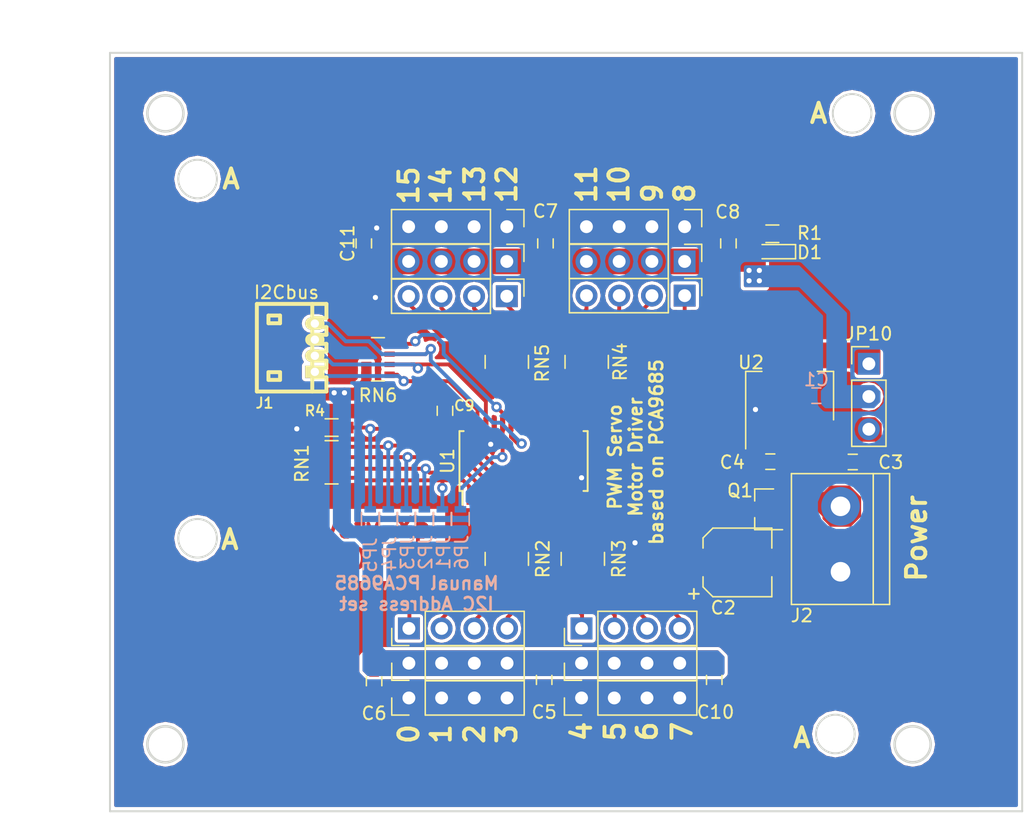
<source format=kicad_pcb>
(kicad_pcb (version 20160815) (host pcbnew no-vcs-found-undefined)
  (layers (0 F.Cu signal) (31 B.Cu signal) (34 B.Paste user) (35 F.Paste user) (36 B.SilkS user) (37 F.SilkS user) (38 B.Mask user) (39 F.Mask user) (44 Edge.Cuts user))
  (net 0 "")
  (net 1 VDD)
  (net 2 GND)
  (net 3 VCC)
  (net 4 "Net-(C4-Pad1)")
  (net 5 "Net-(D1-Pad1)")
  (net 6 "Net-(J3-Pad1)")
  (net 7 "Net-(J3-Pad2)")
  (net 8 "Net-(J3-Pad3)")
  (net 9 "Net-(J3-Pad4)")
  (net 10 "Net-(J4-Pad1)")
  (net 11 "Net-(J4-Pad2)")
  (net 12 "Net-(J4-Pad3)")
  (net 13 "Net-(J4-Pad4)")
  (net 14 "Net-(J5-Pad4)")
  (net 15 "Net-(J5-Pad3)")
  (net 16 "Net-(J5-Pad2)")
  (net 17 "Net-(J5-Pad1)")
  (net 18 "Net-(J6-Pad1)")
  (net 19 "Net-(J6-Pad2)")
  (net 20 "Net-(J6-Pad3)")
  (net 21 "Net-(J6-Pad4)")
  (net 22 "Net-(JP1-Pad2)")
  (net 23 "Net-(JP2-Pad2)")
  (net 24 "Net-(JP3-Pad2)")
  (net 25 "Net-(JP4-Pad2)")
  (net 26 "Net-(JP5-Pad2)")
  (net 27 "Net-(JP6-Pad2)")
  (net 28 "Net-(RN2-Pad1)")
  (net 29 "Net-(RN2-Pad3)")
  (net 30 "Net-(RN2-Pad2)")
  (net 31 "Net-(RN2-Pad4)")
  (net 32 "Net-(RN3-Pad4)")
  (net 33 "Net-(RN3-Pad2)")
  (net 34 "Net-(RN3-Pad3)")
  (net 35 "Net-(RN3-Pad1)")
  (net 36 "Net-(RN4-Pad1)")
  (net 37 "Net-(RN4-Pad3)")
  (net 38 "Net-(RN4-Pad2)")
  (net 39 "Net-(RN4-Pad4)")
  (net 40 "Net-(RN5-Pad4)")
  (net 41 "Net-(RN5-Pad2)")
  (net 42 "Net-(RN5-Pad3)")
  (net 43 "Net-(RN5-Pad1)")
  (net 44 "Net-(J1-Pad2)")
  (net 45 "Net-(J1-Pad4)")
  (net 46 "Net-(J1-Pad1)")
  (net 47 "Net-(J2-Pad2)")
  (module Capacitors_SMD:C_0603_HandSoldering (layer B.Cu) (at 253.425 114.625 180)
    (fp_text reference C1 (at 0 1.25 180) (layer B.SilkS) (effects (justify mirror)))
    (fp_text value C)
    (pad 1 smd rect (at -0.95 0 180) (size 1.2 0.75) (layers B.Cu B.Paste B.Mask) (net 1 VDD))
    (pad 2 smd rect (at 0.95 0 180) (size 1.2 0.75) (layers B.Cu B.Paste B.Mask) (net 2 GND))
  )
  (module Capacitors_SMD:C_0603_HandSoldering (layer F.Cu) (at 256.25 119.775)
    (fp_text reference C3 (at 2.95 0.025) (layer F.SilkS))
    (fp_text value 0.1uF)
    (pad 1 smd rect (at -0.95 0) (size 1.2 0.75) (layers F.Cu F.Paste F.Mask) (net 3 VCC))
    (pad 2 smd rect (at 0.95 0) (size 1.2 0.75) (layers F.Cu F.Paste F.Mask) (net 2 GND))
  )
  (module Capacitors_SMD:C_0603_HandSoldering (layer F.Cu) (at 249.85 119.75 180)
    (fp_text reference C4 (at 2.95 -0.05 180) (layer F.SilkS))
    (fp_text value 0.1uF)
    (pad 2 smd rect (at 0.95 0 180) (size 1.2 0.75) (layers F.Cu F.Paste F.Mask) (net 2 GND))
    (pad 1 smd rect (at -0.95 0 180) (size 1.2 0.75) (layers F.Cu F.Paste F.Mask) (net 4 "Net-(C4-Pad1)"))
  )
  (module LEDs:LED_0603_HandSoldering (layer F.Cu) (at 250.01 103.44 180)
    (fp_text reference D1 (at -2.89 -0.06 180) (layer F.SilkS))
    (fp_text value "LED Green")
    (pad 1 smd rect (at -1.1 0 180) (size 1.2 0.9) (layers F.Cu F.Paste F.Mask) (net 5 "Net-(D1-Pad1)"))
    (pad 2 smd rect (at 1.1 0 180) (size 1.2 0.9) (layers F.Cu F.Paste F.Mask) (net 1 VDD))
  )
  (module Pin_Headers:Pin_Header_Straight_1x04_Pitch2.54mm (layer F.Cu) (at 221.8 132.7 90)
    (fp_text reference J3 hide)
    (fp_text value LED03)
    (pad 1 thru_hole rect (at 0 0 90) (size 1.7 1.7) (drill 1) (layers *.Cu *.Mask) (net 6 "Net-(J3-Pad1)"))
    (pad 2 thru_hole oval (at 0 2.54 90) (size 1.7 1.7) (drill 1) (layers *.Cu *.Mask) (net 7 "Net-(J3-Pad2)"))
    (pad 3 thru_hole oval (at 0 5.08 90) (size 1.7 1.7) (drill 1) (layers *.Cu *.Mask) (net 8 "Net-(J3-Pad3)"))
    (pad 4 thru_hole oval (at 0 7.62 90) (size 1.7 1.7) (drill 1) (layers *.Cu *.Mask) (net 9 "Net-(J3-Pad4)"))
  )
  (module Pin_Headers:Pin_Header_Straight_1x04_Pitch2.54mm (layer F.Cu) (at 235.2 132.7 90)
    (fp_text reference J4 hide)
    (fp_text value LED47)
    (pad 1 thru_hole rect (at 0 0 90) (size 1.7 1.7) (drill 1) (layers *.Cu *.Mask) (net 10 "Net-(J4-Pad1)"))
    (pad 2 thru_hole oval (at 0 2.54 90) (size 1.7 1.7) (drill 1) (layers *.Cu *.Mask) (net 11 "Net-(J4-Pad2)"))
    (pad 3 thru_hole oval (at 0 5.08 90) (size 1.7 1.7) (drill 1) (layers *.Cu *.Mask) (net 12 "Net-(J4-Pad3)"))
    (pad 4 thru_hole oval (at 0 7.62 90) (size 1.7 1.7) (drill 1) (layers *.Cu *.Mask) (net 13 "Net-(J4-Pad4)"))
  )
  (module Pin_Headers:Pin_Header_Straight_1x04_Pitch2.54mm (layer F.Cu) (at 243.205 106.855 270)
    (fp_text reference J5 hide)
    (fp_text value LED811)
    (pad 4 thru_hole oval (at 0 7.62 270) (size 1.7 1.7) (drill 1) (layers *.Cu *.Mask) (net 14 "Net-(J5-Pad4)"))
    (pad 3 thru_hole oval (at 0 5.08 270) (size 1.7 1.7) (drill 1) (layers *.Cu *.Mask) (net 15 "Net-(J5-Pad3)"))
    (pad 2 thru_hole oval (at 0 2.54 270) (size 1.7 1.7) (drill 1) (layers *.Cu *.Mask) (net 16 "Net-(J5-Pad2)"))
    (pad 1 thru_hole rect (at 0 0 270) (size 1.7 1.7) (drill 1) (layers *.Cu *.Mask) (net 17 "Net-(J5-Pad1)"))
  )
  (module Pin_Headers:Pin_Header_Straight_1x04_Pitch2.54mm (layer F.Cu) (at 229.4 106.9 270)
    (fp_text reference J6 hide)
    (fp_text value LED1215)
    (pad 1 thru_hole rect (at 0 0 270) (size 1.7 1.7) (drill 1) (layers *.Cu *.Mask) (net 18 "Net-(J6-Pad1)"))
    (pad 2 thru_hole oval (at 0 2.54 270) (size 1.7 1.7) (drill 1) (layers *.Cu *.Mask) (net 19 "Net-(J6-Pad2)"))
    (pad 3 thru_hole oval (at 0 5.08 270) (size 1.7 1.7) (drill 1) (layers *.Cu *.Mask) (net 20 "Net-(J6-Pad3)"))
    (pad 4 thru_hole oval (at 0 7.62 270) (size 1.7 1.7) (drill 1) (layers *.Cu *.Mask) (net 21 "Net-(J6-Pad4)"))
  )
  (module Pin_Headers:Pin_Header_Straight_1x04_Pitch2.54mm (layer F.Cu) (at 229.4 101.5 270)
    (fp_text reference J7 hide)
    (fp_text value C4GND)
    (pad 4 thru_hole oval (at 0 7.62 270) (size 1.7 1.7) (drill 1) (layers *.Cu *.Mask) (net 2 GND))
    (pad 3 thru_hole oval (at 0 5.08 270) (size 1.7 1.7) (drill 1) (layers *.Cu *.Mask) (net 2 GND))
    (pad 2 thru_hole oval (at 0 2.54 270) (size 1.7 1.7) (drill 1) (layers *.Cu *.Mask) (net 2 GND))
    (pad 1 thru_hole rect (at 0 0 270) (size 1.7 1.7) (drill 1) (layers *.Cu *.Mask) (net 2 GND))
  )
  (module Pin_Headers:Pin_Header_Straight_1x04_Pitch2.54mm (layer F.Cu) (at 243.2 101.5 270)
    (fp_text reference J8 hide)
    (fp_text value C4GND)
    (pad 1 thru_hole rect (at 0 0 270) (size 1.7 1.7) (drill 1) (layers *.Cu *.Mask) (net 2 GND))
    (pad 2 thru_hole oval (at 0 2.54 270) (size 1.7 1.7) (drill 1) (layers *.Cu *.Mask) (net 2 GND))
    (pad 3 thru_hole oval (at 0 5.08 270) (size 1.7 1.7) (drill 1) (layers *.Cu *.Mask) (net 2 GND))
    (pad 4 thru_hole oval (at 0 7.62 270) (size 1.7 1.7) (drill 1) (layers *.Cu *.Mask) (net 2 GND))
  )
  (module Pin_Headers:Pin_Header_Straight_1x04_Pitch2.54mm (layer F.Cu) (at 235.2 138.1 90)
    (fp_text reference J9 hide)
    (fp_text value C4GND)
    (pad 4 thru_hole oval (at 0 7.62 90) (size 1.7 1.7) (drill 1) (layers *.Cu *.Mask) (net 2 GND))
    (pad 3 thru_hole oval (at 0 5.08 90) (size 1.7 1.7) (drill 1) (layers *.Cu *.Mask) (net 2 GND))
    (pad 2 thru_hole oval (at 0 2.54 90) (size 1.7 1.7) (drill 1) (layers *.Cu *.Mask) (net 2 GND))
    (pad 1 thru_hole rect (at 0 0 90) (size 1.7 1.7) (drill 1) (layers *.Cu *.Mask) (net 2 GND))
  )
  (module Pin_Headers:Pin_Header_Straight_1x04_Pitch2.54mm (layer F.Cu) (at 221.8 138.1 90)
    (fp_text reference J10 hide)
    (fp_text value C4GND)
    (pad 1 thru_hole rect (at 0 0 90) (size 1.7 1.7) (drill 1) (layers *.Cu *.Mask) (net 2 GND))
    (pad 2 thru_hole oval (at 0 2.54 90) (size 1.7 1.7) (drill 1) (layers *.Cu *.Mask) (net 2 GND))
    (pad 3 thru_hole oval (at 0 5.08 90) (size 1.7 1.7) (drill 1) (layers *.Cu *.Mask) (net 2 GND))
    (pad 4 thru_hole oval (at 0 7.62 90) (size 1.7 1.7) (drill 1) (layers *.Cu *.Mask) (net 2 GND))
  )
  (module Pin_Headers:Pin_Header_Straight_1x04_Pitch2.54mm (layer F.Cu) (at 221.8 135.4 90)
    (fp_text reference J11 hide)
    (fp_text value C4VDD)
    (pad 4 thru_hole oval (at 0 7.62 90) (size 1.7 1.7) (drill 1) (layers *.Cu *.Mask) (net 1 VDD))
    (pad 3 thru_hole oval (at 0 5.08 90) (size 1.7 1.7) (drill 1) (layers *.Cu *.Mask) (net 1 VDD))
    (pad 2 thru_hole oval (at 0 2.54 90) (size 1.7 1.7) (drill 1) (layers *.Cu *.Mask) (net 1 VDD))
    (pad 1 thru_hole rect (at 0 0 90) (size 1.7 1.7) (drill 1) (layers *.Cu *.Mask) (net 1 VDD))
  )
  (module Pin_Headers:Pin_Header_Straight_1x04_Pitch2.54mm (layer F.Cu) (at 229.4 104.2 270)
    (fp_text reference J12 hide)
    (fp_text value C4VDD)
    (pad 1 thru_hole rect (at 0 0 270) (size 1.7 1.7) (drill 1) (layers *.Cu *.Mask) (net 1 VDD))
    (pad 2 thru_hole oval (at 0 2.54 270) (size 1.7 1.7) (drill 1) (layers *.Cu *.Mask) (net 1 VDD))
    (pad 3 thru_hole oval (at 0 5.08 270) (size 1.7 1.7) (drill 1) (layers *.Cu *.Mask) (net 1 VDD))
    (pad 4 thru_hole oval (at 0 7.62 270) (size 1.7 1.7) (drill 1) (layers *.Cu *.Mask) (net 1 VDD))
  )
  (module Pin_Headers:Pin_Header_Straight_1x04_Pitch2.54mm (layer F.Cu) (at 243.2 104.2 270)
    (fp_text reference J13 hide)
    (fp_text value C4VDD)
    (pad 4 thru_hole oval (at 0 7.62 270) (size 1.7 1.7) (drill 1) (layers *.Cu *.Mask) (net 1 VDD))
    (pad 3 thru_hole oval (at 0 5.08 270) (size 1.7 1.7) (drill 1) (layers *.Cu *.Mask) (net 1 VDD))
    (pad 2 thru_hole oval (at 0 2.54 270) (size 1.7 1.7) (drill 1) (layers *.Cu *.Mask) (net 1 VDD))
    (pad 1 thru_hole rect (at 0 0 270) (size 1.7 1.7) (drill 1) (layers *.Cu *.Mask) (net 1 VDD))
  )
  (module Pin_Headers:Pin_Header_Straight_1x04_Pitch2.54mm (layer F.Cu) (at 235.2 135.4 90)
    (fp_text reference J14 hide)
    (fp_text value C4VDD)
    (pad 4 thru_hole oval (at 0 7.62 90) (size 1.7 1.7) (drill 1) (layers *.Cu *.Mask) (net 1 VDD))
    (pad 3 thru_hole oval (at 0 5.08 90) (size 1.7 1.7) (drill 1) (layers *.Cu *.Mask) (net 1 VDD))
    (pad 2 thru_hole oval (at 0 2.54 90) (size 1.7 1.7) (drill 1) (layers *.Cu *.Mask) (net 1 VDD))
    (pad 1 thru_hole rect (at 0 0 90) (size 1.7 1.7) (drill 1) (layers *.Cu *.Mask) (net 1 VDD))
  )
  (module Resistors_SMD:R_0603 (layer B.Cu) (at 224.4 124.2 90)
    (fp_text reference JP1 (at -2.6 0.1 90) (layer B.SilkS) (effects (justify mirror)))
    (fp_text value A0)
    (pad 2 smd rect (at 0.75 0 90) (size 0.5 0.9) (layers B.Cu B.Paste B.Mask) (net 22 "Net-(JP1-Pad2)"))
    (pad 1 smd rect (at -0.75 0 90) (size 0.5 0.9) (layers B.Cu B.Paste B.Mask) (net 1 VDD))
  )
  (module Resistors_SMD:R_0603 (layer B.Cu) (at 223 124.2 90)
    (fp_text reference JP2 (at -2.6 0.1 90) (layer B.SilkS) (effects (justify mirror)))
    (fp_text value A1)
    (pad 1 smd rect (at -0.75 0 90) (size 0.5 0.9) (layers B.Cu B.Paste B.Mask) (net 1 VDD))
    (pad 2 smd rect (at 0.75 0 90) (size 0.5 0.9) (layers B.Cu B.Paste B.Mask) (net 23 "Net-(JP2-Pad2)"))
  )
  (module Resistors_SMD:R_0603 (layer B.Cu) (at 221.6 124.2 90)
    (fp_text reference JP3 (at -2.6 0.1 90) (layer B.SilkS) (effects (justify mirror)))
    (fp_text value A2)
    (pad 2 smd rect (at 0.75 0 90) (size 0.5 0.9) (layers B.Cu B.Paste B.Mask) (net 24 "Net-(JP3-Pad2)"))
    (pad 1 smd rect (at -0.75 0 90) (size 0.5 0.9) (layers B.Cu B.Paste B.Mask) (net 1 VDD))
  )
  (module Resistors_SMD:R_0603 (layer B.Cu) (at 220.2 124.2 90)
    (fp_text reference JP4 (at -2.7 0.1 90) (layer B.SilkS) (effects (justify mirror)))
    (fp_text value A3)
    (pad 1 smd rect (at -0.75 0 90) (size 0.5 0.9) (layers B.Cu B.Paste B.Mask) (net 1 VDD))
    (pad 2 smd rect (at 0.75 0 90) (size 0.5 0.9) (layers B.Cu B.Paste B.Mask) (net 25 "Net-(JP4-Pad2)"))
  )
  (module Resistors_SMD:R_0603 (layer B.Cu) (at 218.8 124.2 90)
    (fp_text reference JP5 (at -2.8 0 90) (layer B.SilkS) (effects (justify mirror)))
    (fp_text value A4)
    (pad 2 smd rect (at 0.75 0 90) (size 0.5 0.9) (layers B.Cu B.Paste B.Mask) (net 26 "Net-(JP5-Pad2)"))
    (pad 1 smd rect (at -0.75 0 90) (size 0.5 0.9) (layers B.Cu B.Paste B.Mask) (net 1 VDD))
  )
  (module Resistors_SMD:R_0603 (layer B.Cu) (at 225.8 124.2 90)
    (fp_text reference JP6 (at -2.6 0.1 90) (layer B.SilkS) (effects (justify mirror)))
    (fp_text value A5)
    (pad 1 smd rect (at -0.75 0 90) (size 0.5 0.9) (layers B.Cu B.Paste B.Mask) (net 1 VDD))
    (pad 2 smd rect (at 0.75 0 90) (size 0.5 0.9) (layers B.Cu B.Paste B.Mask) (net 27 "Net-(JP6-Pad2)"))
  )
  (module TO_SOT_Packages_SMD:SOT-23 (layer F.Cu) (at 249.4 123.45 180)
    (fp_text reference Q1 (at 1.9 1.45 180) (layer F.SilkS))
    (fp_text value Q_NMOS_GDS)
    (pad 1 smd rect (at -1 -0.95 180) (size 0.9 0.8) (layers F.Cu F.Paste F.Mask) (net 2 GND))
    (pad 2 smd rect (at -1 0.95 180) (size 0.9 0.8) (layers F.Cu F.Paste F.Mask) (net 47 "Net-(J2-Pad2)"))
    (pad 3 smd rect (at 1 0 180) (size 0.9 0.8) (layers F.Cu F.Paste F.Mask) (net 3 VCC))
  )
  (module Resistors_SMD:R_0603_HandSoldering (layer F.Cu) (at 250.01 102.05 180)
    (fp_text reference R1 (at -2.89 0.05 180) (layer F.SilkS))
    (fp_text value 1k)
    (pad 1 smd rect (at -1.1 0 180) (size 1.2 0.9) (layers F.Cu F.Paste F.Mask) (net 5 "Net-(D1-Pad1)"))
    (pad 2 smd rect (at 1.1 0 180) (size 1.2 0.9) (layers F.Cu F.Paste F.Mask) (net 2 GND))
  )
  (module Resistors_SMD:R_0603_HandSoldering (layer F.Cu) (at 215.8 117.1 180)
    (fp_text reference R4 (at 1.3 1.3 180) (layer F.SilkS) (effects (font (size 0.8 0.8))))
    (fp_text value 10k)
    (pad 2 smd rect (at 1.1 0 180) (size 1.2 0.9) (layers F.Cu F.Paste F.Mask) (net 2 GND))
    (pad 1 smd rect (at -1.1 0 180) (size 1.2 0.9) (layers F.Cu F.Paste F.Mask) (net 26 "Net-(JP5-Pad2)"))
  )
  (module Resistors_SMD:R_Array_Convex_4x0603 (layer F.Cu) (at 215.8 119.8)
    (fp_text reference RN1 (at -2.3 0.1 90) (layer F.SilkS))
    (fp_text value 10k)
    (pad 1 smd rect (at -0.9 -1.2) (size 0.8 0.5) (layers F.Cu F.Paste F.Mask) (net 2 GND))
    (pad 3 smd rect (at -0.9 0.4) (size 0.8 0.4) (layers F.Cu F.Paste F.Mask) (net 2 GND))
    (pad 2 smd rect (at -0.9 -0.4) (size 0.8 0.4) (layers F.Cu F.Paste F.Mask) (net 2 GND))
    (pad 4 smd rect (at -0.9 1.2) (size 0.8 0.5) (layers F.Cu F.Paste F.Mask) (net 2 GND))
    (pad 7 smd rect (at 0.9 -0.4) (size 0.8 0.4) (layers F.Cu F.Paste F.Mask) (net 24 "Net-(JP3-Pad2)"))
    (pad 8 smd rect (at 0.9 -1.2) (size 0.8 0.5) (layers F.Cu F.Paste F.Mask) (net 25 "Net-(JP4-Pad2)"))
    (pad 6 smd rect (at 0.9 0.4) (size 0.8 0.4) (layers F.Cu F.Paste F.Mask) (net 23 "Net-(JP2-Pad2)"))
    (pad 5 smd rect (at 0.9 1.2) (size 0.8 0.5) (layers F.Cu F.Paste F.Mask) (net 22 "Net-(JP1-Pad2)"))
  )
  (module Resistors_SMD:R_Array_Convex_4x0603 (layer F.Cu) (at 229.4 127.3 270)
    (fp_text reference RN2 (at 0 -2.8 270) (layer F.SilkS))
    (fp_text value 220)
    (pad 1 smd rect (at -0.9 -1.2 270) (size 0.8 0.5) (layers F.Cu F.Paste F.Mask) (net 28 "Net-(RN2-Pad1)"))
    (pad 3 smd rect (at -0.9 0.4 270) (size 0.8 0.4) (layers F.Cu F.Paste F.Mask) (net 29 "Net-(RN2-Pad3)"))
    (pad 2 smd rect (at -0.9 -0.4 270) (size 0.8 0.4) (layers F.Cu F.Paste F.Mask) (net 30 "Net-(RN2-Pad2)"))
    (pad 4 smd rect (at -0.9 1.2 270) (size 0.8 0.5) (layers F.Cu F.Paste F.Mask) (net 31 "Net-(RN2-Pad4)"))
    (pad 7 smd rect (at 0.9 -0.4 270) (size 0.8 0.4) (layers F.Cu F.Paste F.Mask) (net 8 "Net-(J3-Pad3)"))
    (pad 8 smd rect (at 0.9 -1.2 270) (size 0.8 0.5) (layers F.Cu F.Paste F.Mask) (net 9 "Net-(J3-Pad4)"))
    (pad 6 smd rect (at 0.9 0.4 270) (size 0.8 0.4) (layers F.Cu F.Paste F.Mask) (net 7 "Net-(J3-Pad2)"))
    (pad 5 smd rect (at 0.9 1.2 270) (size 0.8 0.5) (layers F.Cu F.Paste F.Mask) (net 6 "Net-(J3-Pad1)"))
  )
  (module Resistors_SMD:R_Array_Convex_4x0603 (layer F.Cu) (at 235.3 127.3 270)
    (fp_text reference RN3 (at 0 -2.8 270) (layer F.SilkS))
    (fp_text value 220)
    (pad 5 smd rect (at 0.9 1.2 270) (size 0.8 0.5) (layers F.Cu F.Paste F.Mask) (net 10 "Net-(J4-Pad1)"))
    (pad 6 smd rect (at 0.9 0.4 270) (size 0.8 0.4) (layers F.Cu F.Paste F.Mask) (net 11 "Net-(J4-Pad2)"))
    (pad 8 smd rect (at 0.9 -1.2 270) (size 0.8 0.5) (layers F.Cu F.Paste F.Mask) (net 13 "Net-(J4-Pad4)"))
    (pad 7 smd rect (at 0.9 -0.4 270) (size 0.8 0.4) (layers F.Cu F.Paste F.Mask) (net 12 "Net-(J4-Pad3)"))
    (pad 4 smd rect (at -0.9 1.2 270) (size 0.8 0.5) (layers F.Cu F.Paste F.Mask) (net 32 "Net-(RN3-Pad4)"))
    (pad 2 smd rect (at -0.9 -0.4 270) (size 0.8 0.4) (layers F.Cu F.Paste F.Mask) (net 33 "Net-(RN3-Pad2)"))
    (pad 3 smd rect (at -0.9 0.4 270) (size 0.8 0.4) (layers F.Cu F.Paste F.Mask) (net 34 "Net-(RN3-Pad3)"))
    (pad 1 smd rect (at -0.9 -1.2 270) (size 0.8 0.5) (layers F.Cu F.Paste F.Mask) (net 35 "Net-(RN3-Pad1)"))
  )
  (module Resistors_SMD:R_Array_Convex_4x0603 (layer F.Cu) (at 235.6 112 90)
    (fp_text reference RN4 (at 0 2.6 90) (layer F.SilkS))
    (fp_text value 220)
    (pad 1 smd rect (at -0.9 -1.2 90) (size 0.8 0.5) (layers F.Cu F.Paste F.Mask) (net 36 "Net-(RN4-Pad1)"))
    (pad 3 smd rect (at -0.9 0.4 90) (size 0.8 0.4) (layers F.Cu F.Paste F.Mask) (net 37 "Net-(RN4-Pad3)"))
    (pad 2 smd rect (at -0.9 -0.4 90) (size 0.8 0.4) (layers F.Cu F.Paste F.Mask) (net 38 "Net-(RN4-Pad2)"))
    (pad 4 smd rect (at -0.9 1.2 90) (size 0.8 0.5) (layers F.Cu F.Paste F.Mask) (net 39 "Net-(RN4-Pad4)"))
    (pad 7 smd rect (at 0.9 -0.4 90) (size 0.8 0.4) (layers F.Cu F.Paste F.Mask) (net 15 "Net-(J5-Pad3)"))
    (pad 8 smd rect (at 0.9 -1.2 90) (size 0.8 0.5) (layers F.Cu F.Paste F.Mask) (net 14 "Net-(J5-Pad4)"))
    (pad 6 smd rect (at 0.9 0.4 90) (size 0.8 0.4) (layers F.Cu F.Paste F.Mask) (net 16 "Net-(J5-Pad2)"))
    (pad 5 smd rect (at 0.9 1.2 90) (size 0.8 0.5) (layers F.Cu F.Paste F.Mask) (net 17 "Net-(J5-Pad1)"))
  )
  (module Resistors_SMD:R_Array_Convex_4x0603 (layer F.Cu) (at 229.4 112 90)
    (fp_text reference RN5 (at -0.1 2.75 90) (layer F.SilkS))
    (fp_text value 220)
    (pad 5 smd rect (at 0.9 1.2 90) (size 0.8 0.5) (layers F.Cu F.Paste F.Mask) (net 18 "Net-(J6-Pad1)"))
    (pad 6 smd rect (at 0.9 0.4 90) (size 0.8 0.4) (layers F.Cu F.Paste F.Mask) (net 19 "Net-(J6-Pad2)"))
    (pad 8 smd rect (at 0.9 -1.2 90) (size 0.8 0.5) (layers F.Cu F.Paste F.Mask) (net 21 "Net-(J6-Pad4)"))
    (pad 7 smd rect (at 0.9 -0.4 90) (size 0.8 0.4) (layers F.Cu F.Paste F.Mask) (net 20 "Net-(J6-Pad3)"))
    (pad 4 smd rect (at -0.9 1.2 90) (size 0.8 0.5) (layers F.Cu F.Paste F.Mask) (net 40 "Net-(RN5-Pad4)"))
    (pad 2 smd rect (at -0.9 -0.4 90) (size 0.8 0.4) (layers F.Cu F.Paste F.Mask) (net 41 "Net-(RN5-Pad2)"))
    (pad 3 smd rect (at -0.9 0.4 90) (size 0.8 0.4) (layers F.Cu F.Paste F.Mask) (net 42 "Net-(RN5-Pad3)"))
    (pad 1 smd rect (at -0.9 -1.2 90) (size 0.8 0.5) (layers F.Cu F.Paste F.Mask) (net 43 "Net-(RN5-Pad1)"))
  )
  (module Resistors_SMD:R_Array_Convex_4x0603 (layer F.Cu) (at 219.4 111.8 180)
    (fp_text reference RN6 (at 0 -2.8 180) (layer F.SilkS))
    (fp_text value 10k)
    (pad 5 smd rect (at 0.9 1.2 180) (size 0.8 0.5) (layers F.Cu F.Paste F.Mask) (net 2 GND))
    (pad 6 smd rect (at 0.9 0.4 180) (size 0.8 0.4) (layers F.Cu F.Paste F.Mask) (net 2 GND))
    (pad 8 smd rect (at 0.9 -1.2 180) (size 0.8 0.5) (layers F.Cu F.Paste F.Mask) (net 1 VDD))
    (pad 7 smd rect (at 0.9 -0.4 180) (size 0.8 0.4) (layers F.Cu F.Paste F.Mask) (net 1 VDD))
    (pad 4 smd rect (at -0.9 1.2 180) (size 0.8 0.5) (layers F.Cu F.Paste F.Mask) (net 27 "Net-(JP6-Pad2)"))
    (pad 2 smd rect (at -0.9 -0.4 180) (size 0.8 0.4) (layers F.Cu F.Paste F.Mask) (net 44 "Net-(J1-Pad2)"))
    (pad 3 smd rect (at -0.9 0.4 180) (size 0.8 0.4) (layers F.Cu F.Paste F.Mask) (net 45 "Net-(J1-Pad4)"))
    (pad 1 smd rect (at -0.9 -1.2 180) (size 0.8 0.5) (layers F.Cu F.Paste F.Mask) (net 46 "Net-(J1-Pad1)"))
  )
  (module Housings_SSOP:TSSOP-28_4.4x9.7mm_Pitch0.65mm (layer F.Cu) (at 230.7 119.7 90)
    (fp_text reference U1 (at 0 -5.9 90) (layer F.SilkS))
    (fp_text value PCA9685PW)
    (pad 1 smd rect (at -2.85 -4.225 90) (size 1.1 0.4) (layers F.Cu F.Paste F.Mask) (net 22 "Net-(JP1-Pad2)"))
    (pad 2 smd rect (at -2.85 -3.575 90) (size 1.1 0.4) (layers F.Cu F.Paste F.Mask) (net 23 "Net-(JP2-Pad2)"))
    (pad 3 smd rect (at -2.85 -2.925 90) (size 1.1 0.4) (layers F.Cu F.Paste F.Mask) (net 24 "Net-(JP3-Pad2)"))
    (pad 4 smd rect (at -2.85 -2.275 90) (size 1.1 0.4) (layers F.Cu F.Paste F.Mask) (net 25 "Net-(JP4-Pad2)"))
    (pad 5 smd rect (at -2.85 -1.625 90) (size 1.1 0.4) (layers F.Cu F.Paste F.Mask) (net 26 "Net-(JP5-Pad2)"))
    (pad 6 smd rect (at -2.85 -0.975 90) (size 1.1 0.4) (layers F.Cu F.Paste F.Mask) (net 31 "Net-(RN2-Pad4)"))
    (pad 7 smd rect (at -2.85 -0.325 90) (size 1.1 0.4) (layers F.Cu F.Paste F.Mask) (net 29 "Net-(RN2-Pad3)"))
    (pad 8 smd rect (at -2.85 0.325 90) (size 1.1 0.4) (layers F.Cu F.Paste F.Mask) (net 30 "Net-(RN2-Pad2)"))
    (pad 9 smd rect (at -2.85 0.975 90) (size 1.1 0.4) (layers F.Cu F.Paste F.Mask) (net 28 "Net-(RN2-Pad1)"))
    (pad 10 smd rect (at -2.85 1.625 90) (size 1.1 0.4) (layers F.Cu F.Paste F.Mask) (net 32 "Net-(RN3-Pad4)"))
    (pad 11 smd rect (at -2.85 2.275 90) (size 1.1 0.4) (layers F.Cu F.Paste F.Mask) (net 34 "Net-(RN3-Pad3)"))
    (pad 12 smd rect (at -2.85 2.925 90) (size 1.1 0.4) (layers F.Cu F.Paste F.Mask) (net 33 "Net-(RN3-Pad2)"))
    (pad 13 smd rect (at -2.85 3.575 90) (size 1.1 0.4) (layers F.Cu F.Paste F.Mask) (net 35 "Net-(RN3-Pad1)"))
    (pad 14 smd rect (at -2.85 4.225 90) (size 1.1 0.4) (layers F.Cu F.Paste F.Mask) (net 2 GND))
    (pad 15 smd rect (at 2.85 4.225 90) (size 1.1 0.4) (layers F.Cu F.Paste F.Mask) (net 39 "Net-(RN4-Pad4)"))
    (pad 16 smd rect (at 2.85 3.575 90) (size 1.1 0.4) (layers F.Cu F.Paste F.Mask) (net 37 "Net-(RN4-Pad3)"))
    (pad 17 smd rect (at 2.85 2.925 90) (size 1.1 0.4) (layers F.Cu F.Paste F.Mask) (net 38 "Net-(RN4-Pad2)"))
    (pad 18 smd rect (at 2.85 2.275 90) (size 1.1 0.4) (layers F.Cu F.Paste F.Mask) (net 36 "Net-(RN4-Pad1)"))
    (pad 19 smd rect (at 2.85 1.625 90) (size 1.1 0.4) (layers F.Cu F.Paste F.Mask) (net 40 "Net-(RN5-Pad4)"))
    (pad 20 smd rect (at 2.85 0.975 90) (size 1.1 0.4) (layers F.Cu F.Paste F.Mask) (net 42 "Net-(RN5-Pad3)"))
    (pad 21 smd rect (at 2.85 0.325 90) (size 1.1 0.4) (layers F.Cu F.Paste F.Mask) (net 41 "Net-(RN5-Pad2)"))
    (pad 22 smd rect (at 2.85 -0.325 90) (size 1.1 0.4) (layers F.Cu F.Paste F.Mask) (net 43 "Net-(RN5-Pad1)"))
    (pad 23 smd rect (at 2.85 -0.975 90) (size 1.1 0.4) (layers F.Cu F.Paste F.Mask) (net 45 "Net-(J1-Pad4)"))
    (pad 24 smd rect (at 2.85 -1.625 90) (size 1.1 0.4) (layers F.Cu F.Paste F.Mask) (net 27 "Net-(JP6-Pad2)"))
    (pad 25 smd rect (at 2.85 -2.275 90) (size 1.1 0.4) (layers F.Cu F.Paste F.Mask) (net 2 GND))
    (pad 26 smd rect (at 2.85 -2.925 90) (size 1.1 0.4) (layers F.Cu F.Paste F.Mask) (net 44 "Net-(J1-Pad2)"))
    (pad 27 smd rect (at 2.85 -3.575 90) (size 1.1 0.4) (layers F.Cu F.Paste F.Mask) (net 46 "Net-(J1-Pad1)"))
    (pad 28 smd rect (at 2.85 -4.225 90) (size 1.1 0.4) (layers F.Cu F.Paste F.Mask) (net 1 VDD))
  )
  (module TO_SOT_Packages_SMD:SOT-223-3_TabPin2 (layer F.Cu) (at 251.35 114.65 90)
    (fp_text reference U2 (at 2.6 -3 180) (layer F.SilkS))
    (fp_text value AMS1117-5.0)
    (pad 2 smd rect (at 3.15 0 90) (size 2 3.8) (layers F.Cu F.Paste F.Mask) (net 4 "Net-(C4-Pad1)"))
    (pad 2 smd rect (at -3.15 0 90) (size 2 1.5) (layers F.Cu F.Paste F.Mask) (net 4 "Net-(C4-Pad1)"))
    (pad 3 smd rect (at -3.15 2.3 90) (size 2 1.5) (layers F.Cu F.Paste F.Mask) (net 3 VCC))
    (pad 1 smd rect (at -3.15 -2.3 90) (size 2 1.5) (layers F.Cu F.Paste F.Mask) (net 2 GND))
  )
  (module Pin_Headers:Pin_Header_Straight_1x03_Pitch2.54mm (layer F.Cu) (at 257.5 112.15)
    (fp_text reference JP10 (at 0 -2.33) (layer F.SilkS))
    (fp_text value VS)
    (pad 1 thru_hole rect (at 0 0) (size 1.7 1.7) (drill 1) (layers *.Cu *.Mask) (net 4 "Net-(C4-Pad1)"))
    (pad 2 thru_hole oval (at 0 2.54) (size 1.7 1.7) (drill 1) (layers *.Cu *.Mask) (net 1 VDD))
    (pad 3 thru_hole oval (at 0 5.08) (size 1.7 1.7) (drill 1) (layers *.Cu *.Mask) (net 3 VCC))
  )
  (module Connectors_Terminal_Blocks:TerminalBlock_bornier-2_P5.08mm (layer F.Cu) (at 255.3 128.3 90)
    (fp_text reference J2 (at -3.4 -3 180) (layer F.SilkS))
    (fp_text value Conn_01x02)
    (pad 1 thru_hole rect (at 0 0 90) (size 3 3) (drill 1.52) (layers *.Cu *.Mask) (net 2 GND))
    (pad 2 thru_hole circle (at 5.08 0 90) (size 3 3) (drill 1.52) (layers *.Cu *.Mask) (net 47 "Net-(J2-Pad2)"))
  )
  (module w_conn_df13:df13-4p-125ds (layer F.Cu) (at 212.7 110.9 270)
    (fp_text reference J1 (at 4.3 2.1 180) (layer F.SilkS) (effects (font (size 0.8 0.8))))
    (fp_text value I2Cbus (at -4.3 0.4 180) (layer F.SilkS))
    (pad 1 thru_hole rect (at 1.87452 -1.80086 270) (size 0.94996 1.4986) (drill 0.6477) (layers *.Cu *.Mask F.SilkS) (net 46 "Net-(J1-Pad1)"))
    (pad 2 thru_hole oval (at 0.62484 -1.80086 270) (size 0.94996 1.4986) (drill 0.6477) (layers *.Cu *.Mask F.SilkS) (net 44 "Net-(J1-Pad2)"))
    (pad 3 thru_hole oval (at -0.62484 -1.80086 270) (size 0.94996 1.4986) (drill 0.6477) (layers *.Cu *.Mask F.SilkS) (net 2 GND))
    (pad 4 thru_hole oval (at -1.87452 -1.80086 270) (size 0.94996 1.4986) (drill 0.6477) (layers *.Cu *.Mask F.SilkS) (net 45 "Net-(J1-Pad4)"))
  )
  (module Capacitors_SMD:C_0603_HandSoldering (layer F.Cu) (at 232.3 136.7 270)
    (fp_text reference C5 (at 2.5 0) (layer F.SilkS))
    (fp_text value C)
    (pad 2 smd rect (at 0.95 0 270) (size 1.2 0.75) (layers F.Cu F.Paste F.Mask) (net 2 GND))
    (pad 1 smd rect (at -0.95 0 270) (size 1.2 0.75) (layers F.Cu F.Paste F.Mask) (net 1 VDD))
  )
  (module Capacitors_SMD:C_0603_HandSoldering (layer F.Cu) (at 219.1 136.8 270)
    (fp_text reference C6 (at 2.5 0) (layer F.SilkS))
    (fp_text value C)
    (pad 1 smd rect (at -0.95 0 270) (size 1.2 0.75) (layers F.Cu F.Paste F.Mask) (net 1 VDD))
    (pad 2 smd rect (at 0.95 0 270) (size 1.2 0.75) (layers F.Cu F.Paste F.Mask) (net 2 GND))
  )
  (module Capacitors_SMD:C_0603_HandSoldering (layer F.Cu) (at 232.4 102.8 90)
    (fp_text reference C7 (at 2.5 0 180) (layer F.SilkS))
    (fp_text value C)
    (pad 2 smd rect (at 0.95 0 90) (size 1.2 0.75) (layers F.Cu F.Paste F.Mask) (net 2 GND))
    (pad 1 smd rect (at -0.95 0 90) (size 1.2 0.75) (layers F.Cu F.Paste F.Mask) (net 1 VDD))
  )
  (module Capacitors_SMD:C_0603_HandSoldering (layer F.Cu) (at 246.6 102.8 90)
    (fp_text reference C8 (at 2.45 -0.05) (layer F.SilkS))
    (fp_text value C)
    (pad 1 smd rect (at -0.95 0 90) (size 1.2 0.75) (layers F.Cu F.Paste F.Mask) (net 1 VDD))
    (pad 2 smd rect (at 0.95 0 90) (size 1.2 0.75) (layers F.Cu F.Paste F.Mask) (net 2 GND))
  )
  (module Capacitors_SMD:C_0603_HandSoldering (layer F.Cu) (at 224.6 115.8 270)
    (fp_text reference C9 (at -0.4 -1.5) (layer F.SilkS) (effects (font (size 0.8 0.8))))
    (fp_text value C)
    (pad 1 smd rect (at -0.95 0 270) (size 1.2 0.75) (layers F.Cu F.Paste F.Mask) (net 1 VDD))
    (pad 2 smd rect (at 0.95 0 270) (size 1.2 0.75) (layers F.Cu F.Paste F.Mask) (net 2 GND))
  )
  (module Capacitors_SMD:C_0603_HandSoldering (layer F.Cu) (at 245.5 136.7 270)
    (fp_text reference C10 (at 2.5 -0.1 360) (layer F.SilkS))
    (fp_text value C)
    (pad 2 smd rect (at 0.95 0 270) (size 1.2 0.75) (layers F.Cu F.Paste F.Mask) (net 2 GND))
    (pad 1 smd rect (at -0.95 0 270) (size 1.2 0.75) (layers F.Cu F.Paste F.Mask) (net 1 VDD))
  )
  (module Capacitors_SMD:C_0603_HandSoldering (layer F.Cu) (at 218.3 102.8 90)
    (fp_text reference C11 (at 0 -1.25 90) (layer F.SilkS))
    (fp_text value C)
    (pad 1 smd rect (at -0.95 0 90) (size 1.2 0.75) (layers F.Cu F.Paste F.Mask) (net 1 VDD))
    (pad 2 smd rect (at 0.95 0 90) (size 1.2 0.75) (layers F.Cu F.Paste F.Mask) (net 2 GND))
  )
  (module Capacitors_SMD:CP_Elec_5x5.3 (layer F.Cu) (at 247.3 127.6)
    (fp_text reference C2 (at -1.1 3.5) (layer F.SilkS))
    (fp_text value 10uF)
    (fp_text user + (at -3.38 2.34) (layer F.SilkS))
    (pad 1 smd rect (at -2.2 0 180) (size 3 1.6) (layers F.Cu F.Paste F.Mask) (net 3 VCC))
    (pad 2 smd rect (at 2.2 0 180) (size 3 1.6) (layers F.Cu F.Paste F.Mask) (net 2 GND))
  )
  (gr_text 15 (at 221.8 98.3 90) (layer F.SilkS) (effects (font (size 1.5 1.5) (thickness 0.3))))
  (gr_text 14 (at 224.3 98.3 90) (layer F.SilkS) (effects (font (size 1.5 1.5) (thickness 0.3))))
  (gr_text 13 (at 226.9 98.2 90) (layer F.SilkS) (effects (font (size 1.5 1.5) (thickness 0.3))))
  (gr_text 12 (at 229.4 98.2 90) (layer F.SilkS) (effects (font (size 1.5 1.5) (thickness 0.3))))
  (gr_text 11 (at 235.6 98.2 90) (layer F.SilkS) (effects (font (size 1.5 1.5) (thickness 0.3))))
  (gr_text 10 (at 238.1 98.2 90) (layer F.SilkS) (effects (font (size 1.5 1.5) (thickness 0.3))))
  (gr_text 9 (at 240.7 98.9 90) (layer F.SilkS) (effects (font (size 1.5 1.5) (thickness 0.3))))
  (gr_text 8 (at 243.2 98.9 90) (layer F.SilkS) (effects (font (size 1.5 1.5) (thickness 0.3))))
  (gr_text 7 (at 243 140.7 90) (layer F.SilkS) (effects (font (size 1.5 1.5) (thickness 0.3))))
  (gr_text 6 (at 240.3 140.7 90) (layer F.SilkS) (effects (font (size 1.5 1.5) (thickness 0.3))))
  (gr_text "5\n" (at 237.8 140.7 90) (layer F.SilkS) (effects (font (size 1.5 1.5) (thickness 0.3))))
  (gr_text 4 (at 235.2 140.7 90) (layer F.SilkS) (effects (font (size 1.5 1.5) (thickness 0.3))))
  (gr_text 3 (at 229.4 140.9 90) (layer F.SilkS) (effects (font (size 1.5 1.5) (thickness 0.3))))
  (gr_text 2 (at 226.9 140.9 90) (layer F.SilkS) (effects (font (size 1.5 1.5) (thickness 0.3))))
  (gr_text 1 (at 224.3 140.9 90) (layer F.SilkS) (effects (font (size 1.5 1.5) (thickness 0.3))))
  (gr_text 0 (at 221.8 140.9 90) (layer F.SilkS) (effects (font (size 1.5 1.5) (thickness 0.3))))
  (gr_text Power (at 261.2 125.7 90) (layer F.SilkS) (effects (font (size 1.5 1.5) (thickness 0.3))))
  (gr_text "16Ch Legged Robot Custom PWM Servo Controller " (at 267.6 116.8 90) (layer F.Cu) (effects (font (size 1.5 1.5) (thickness 0.3))))
  (gr_line (start 269.4 146.9) (end 198.6 146.9) (angle 90) (layer Edge.Cuts) (width 0.15))
  (gr_line (start 269.4 88) (end 269.4 146.9) (angle 90) (layer Edge.Cuts) (width 0.15))
  (gr_line (start 198.6 88) (end 198.6 146.9) (angle 90) (layer Edge.Cuts) (width 0.15))
  (gr_line (start 198.6 88) (end 269.4 88) (angle 90) (layer Edge.Cuts) (width 0.15))
  (gr_text A (at 253.6 92.7) (layer F.SilkS) (effects (font (size 1.5 1.5) (thickness 0.3))))
  (gr_text A (at 252.3 141.2) (layer F.SilkS) (effects (font (size 1.5 1.5) (thickness 0.3))))
  (gr_text A (at 207.9 125.8) (layer F.SilkS) (effects (font (size 1.5 1.5) (thickness 0.3))))
  (gr_text A (at 208 97.8) (layer F.SilkS) (effects (font (size 1.5 1.5) (thickness 0.3))))
  (gr_circle (center 256.2 92.7) (end 257.7 92.7) (layer Edge.Cuts) (width 0.15))
  (gr_text "Manual PCA9685\nI2C Address set" (at 222.4 130) (layer B.SilkS) (effects (font (size 1 1) (thickness 0.2)) (justify mirror)))
  (gr_text "PWM Servo \nMotor Driver \nbased on PCA9685" (at 239.4 119 90) (layer F.SilkS) (effects (font (size 1 1) (thickness 0.2))))
  (gr_text "Tzvety Xp.\n2019" (at 218.5 126.1) (layer F.Cu) (effects (font (size 1.5 1.5) (thickness 0.3))))
  (gr_circle (center 260.9 92.7) (end 262.3 92.7) (layer Edge.Cuts) (width 0.2))
  (gr_circle (center 260.9 141.7) (end 262.3 141.7) (layer Edge.Cuts) (width 0.2))
  (gr_circle (center 202.9 92.7) (end 204.3 92.7) (layer Edge.Cuts) (width 0.2))
  (gr_circle (center 202.9 141.7) (end 204.3 141.7) (layer Edge.Cuts) (width 0.2))
  (gr_circle (center 205.4 97.8) (end 203.9 97.8) (layer Edge.Cuts) (width 0.15))
  (gr_circle (center 254.9 140.9) (end 256.4 140.9) (layer Edge.Cuts) (width 0.15))
  (gr_circle (center 205.4 125.7) (end 206.9 125.7) (layer Edge.Cuts) (width 0.15))
  (via (at 248.2 104.9) (size 0.8) (drill 0.4) (layers F.Cu B.Cu) (net 1))
  (segment (start 249 104.9) (end 249 105.7) (width 0.3) (layer B.Cu) (net 1))
  (segment (start 248.2 105.7) (end 248.2 104.9) (width 0.3) (layer B.Cu) (net 1))
  (via (at 248.2 105.7) (size 0.8) (drill 0.4) (layers F.Cu B.Cu) (net 1))
  (segment (start 249 105.7) (end 248.2 105.7) (width 0.3) (layer F.Cu) (net 1))
  (via (at 249 105.7) (size 0.8) (drill 0.4) (layers F.Cu B.Cu) (net 1))
  (segment (start 248.2 104.9) (end 249 104.9) (width 0.3) (layer B.Cu) (net 1))
  (segment (start 216.8 114.4) (end 216 114.4) (width 0.3) (layer B.Cu) (net 1))
  (via (at 216 114.4) (size 0.8) (drill 0.4) (layers F.Cu B.Cu) (net 1))
  (segment (start 223 124.95) (end 224.4 124.95) (width 0.3) (layer B.Cu) (net 1))
  (segment (start 243.2 104.2) (end 246.15 104.2) (width 0.3) (layer F.Cu) (net 1))
  (segment (start 246.15 104.2) (end 246.6 103.75) (width 0.3) (layer F.Cu) (net 1))
  (segment (start 235.58 104.2) (end 232.85 104.2) (width 0.3) (layer F.Cu) (net 1))
  (segment (start 232.85 104.2) (end 232.4 103.75) (width 0.3) (layer F.Cu) (net 1))
  (segment (start 229.4 104.2) (end 231.95 104.2) (width 0.3) (layer F.Cu) (net 1))
  (segment (start 231.95 104.2) (end 232.4 103.75) (width 0.3) (layer F.Cu) (net 1))
  (segment (start 221.78 104.2) (end 218.75 104.2) (width 0.3) (layer F.Cu) (net 1))
  (segment (start 218.75 104.2) (end 218.3 103.75) (width 0.3) (layer F.Cu) (net 1))
  (segment (start 235.2 135.4) (end 232.65 135.4) (width 0.3) (layer F.Cu) (net 1))
  (segment (start 232.65 135.4) (end 232.3 135.75) (width 0.3) (layer F.Cu) (net 1))
  (segment (start 229.42 135.4) (end 231.95 135.4) (width 0.3) (layer F.Cu) (net 1))
  (segment (start 231.95 135.4) (end 232.3 135.75) (width 0.3) (layer F.Cu) (net 1))
  (segment (start 242.82 135.4) (end 245.15 135.4) (width 0.3) (layer F.Cu) (net 1))
  (segment (start 245.15 135.4) (end 245.5 135.75) (width 0.3) (layer F.Cu) (net 1))
  (segment (start 221.8 135.4) (end 219.55 135.4) (width 0.3) (layer F.Cu) (net 1))
  (segment (start 219.55 135.4) (end 219.1 135.85) (width 0.3) (layer F.Cu) (net 1))
  (segment (start 226.475 116.85) (end 226.475 116.275) (width 0.3) (layer F.Cu) (net 1))
  (segment (start 218.8 113.9) (end 218.5 113.6) (width 0.3) (layer F.Cu) (net 1))
  (segment (start 220.4 113.9) (end 218.8 113.9) (width 0.3) (layer F.Cu) (net 1))
  (segment (start 221 114.5) (end 220.4 113.9) (width 0.3) (layer F.Cu) (net 1))
  (segment (start 221.9 114.5) (end 221 114.5) (width 0.3) (layer F.Cu) (net 1))
  (segment (start 222.1 114.3) (end 221.9 114.5) (width 0.3) (layer F.Cu) (net 1))
  (segment (start 224.5 114.3) (end 222.1 114.3) (width 0.3) (layer F.Cu) (net 1))
  (segment (start 226.475 116.275) (end 224.5 114.3) (width 0.3) (layer F.Cu) (net 1))
  (segment (start 216.8 114.4) (end 217.7 114.4) (width 0.3) (layer F.Cu) (net 1))
  (segment (start 218.5 113.6) (end 218.5 113) (width 0.3) (layer F.Cu) (net 1))
  (segment (start 217.7 114.4) (end 218.5 113.6) (width 0.3) (layer F.Cu) (net 1))
  (segment (start 211.6 113.9) (end 211.7 113.9) (width 0.3) (layer F.Cu) (net 1))
  (segment (start 211.6 113.9) (end 211.6 106.5) (width 0.3) (layer F.Cu) (net 1))
  (segment (start 211.6 106.5) (end 213.9 104.2) (width 0.3) (layer F.Cu) (net 1))
  (segment (start 213.9 104.2) (end 221.78 104.2) (width 0.3) (layer F.Cu) (net 1))
  (segment (start 211.7 113.9) (end 212.2 114.4) (width 0.3) (layer F.Cu) (net 1))
  (segment (start 212.2 114.4) (end 216 114.4) (width 0.3) (layer F.Cu) (net 1))
  (segment (start 216.8 114.4) (end 216.8 115.1) (width 0.3) (layer B.Cu) (net 1))
  (via (at 216.8 114.4) (size 0.8) (drill 0.4) (layers F.Cu B.Cu) (net 1))
  (segment (start 254.375 114.625) (end 254.375 114.025) (width 0.3) (layer B.Cu) (net 1))
  (segment (start 254.375 114.025) (end 255.1 113.3) (width 0.3) (layer B.Cu) (net 1))
  (segment (start 257.5 114.69) (end 256.49 114.69) (width 0.3) (layer B.Cu) (net 1))
  (segment (start 256.49 114.69) (end 255.1 113.3) (width 0.3) (layer B.Cu) (net 1))
  (segment (start 248.91 104.81) (end 248.91 103.44) (width 0.3) (layer F.Cu) (net 1))
  (segment (start 255.1 113.3) (end 255.1 108.5) (width 0.3) (layer B.Cu) (net 1))
  (segment (start 255.1 108.5) (end 252.2 105.6) (width 0.3) (layer B.Cu) (net 1))
  (segment (start 252.2 105.6) (end 249.7 105.6) (width 0.3) (layer B.Cu) (net 1))
  (segment (start 249.7 105.6) (end 249 104.9) (width 0.3) (layer B.Cu) (net 1))
  (via (at 249 104.9) (size 0.8) (drill 0.4) (layers F.Cu B.Cu) (net 1))
  (segment (start 249 104.9) (end 248.91 104.81) (width 0.3) (layer F.Cu) (net 1))
  (segment (start 217.15 124.95) (end 218.8 124.95) (width 0.3) (layer B.Cu) (net 1))
  (segment (start 216.8 115.1) (end 216.8 124.6) (width 0.3) (layer B.Cu) (net 1))
  (segment (start 216.8 124.6) (end 217.15 124.95) (width 0.3) (layer B.Cu) (net 1))
  (segment (start 218.5 112.2) (end 218.5 113) (width 0.3) (layer F.Cu) (net 1))
  (segment (start 242.82 135.4) (end 240.28 135.4) (width 0.3) (layer F.Cu) (net 1))
  (segment (start 237.74 135.4) (end 240.28 135.4) (width 0.3) (layer F.Cu) (net 1))
  (segment (start 235.2 135.4) (end 237.74 135.4) (width 0.3) (layer F.Cu) (net 1))
  (segment (start 229.42 135.4) (end 235.2 135.4) (width 0.3) (layer F.Cu) (net 1))
  (segment (start 226.88 135.4) (end 229.42 135.4) (width 0.3) (layer F.Cu) (net 1))
  (segment (start 224.34 135.4) (end 226.88 135.4) (width 0.3) (layer F.Cu) (net 1))
  (segment (start 221.8 135.4) (end 224.34 135.4) (width 0.3) (layer F.Cu) (net 1))
  (segment (start 221.8 135.4) (end 219.7 135.4) (width 0.3) (layer B.Cu) (net 1))
  (segment (start 218.8 124.95) (end 218.8 134.5) (width 0.3) (layer B.Cu) (net 1))
  (segment (start 219.7 135.4) (end 218.8 134.5) (width 0.3) (layer B.Cu) (net 1))
  (segment (start 224.4 124.95) (end 225.8 124.95) (width 0.3) (layer B.Cu) (net 1))
  (segment (start 221.6 124.95) (end 223 124.95) (width 0.3) (layer B.Cu) (net 1))
  (segment (start 220.2 124.95) (end 221.6 124.95) (width 0.3) (layer B.Cu) (net 1))
  (segment (start 218.8 124.95) (end 220.2 124.95) (width 0.3) (layer B.Cu) (net 1))
  (segment (start 224.32 104.2) (end 226.86 104.2) (width 0.3) (layer F.Cu) (net 1))
  (segment (start 224.32 104.2) (end 221.78 104.2) (width 0.3) (layer F.Cu) (net 1))
  (segment (start 229.4 104.2) (end 226.86 104.2) (width 0.3) (layer F.Cu) (net 1))
  (segment (start 235.58 104.2) (end 229.4 104.2) (width 0.3) (layer F.Cu) (net 1))
  (segment (start 238.12 104.2) (end 235.58 104.2) (width 0.3) (layer F.Cu) (net 1))
  (segment (start 243.205 104.155) (end 246.345 104.155) (width 0.3) (layer F.Cu) (net 1))
  (segment (start 246.345 104.155) (end 247.06 103.44) (width 0.3) (layer F.Cu) (net 1))
  (segment (start 247.06 103.44) (end 248.91 103.44) (width 0.3) (layer F.Cu) (net 1))
  (segment (start 254.375 114.625) (end 257.435 114.625) (width 0.3) (layer B.Cu) (net 1))
  (segment (start 257.435 114.625) (end 257.5 114.69) (width 0.3) (layer B.Cu) (net 1))
  (segment (start 238.125 104.155) (end 240.665 104.155) (width 0.3) (layer F.Cu) (net 1))
  (segment (start 240.665 104.155) (end 243.205 104.155) (width 0.3) (layer F.Cu) (net 1))
  (via (at 239.35 126.05) (size 0.8) (drill 0.4) (layers F.Cu B.Cu) (net 2))
  (segment (start 239.35 126.05) (end 239.4 126.1) (width 0.3) (layer B.Cu) (net 2))
  (segment (start 239.4 126.1) (end 250.9 126.1) (width 0.3) (layer B.Cu) (net 2))
  (segment (start 253.1 128.3) (end 255.3 128.3) (width 0.3) (layer B.Cu) (net 2))
  (segment (start 250.9 126.1) (end 253.1 128.3) (width 0.3) (layer B.Cu) (net 2))
  (segment (start 240.66 101.5) (end 243.2 101.5) (width 0.3) (layer F.Cu) (net 2))
  (segment (start 243.2 101.5) (end 246.25 101.5) (width 0.3) (layer F.Cu) (net 2))
  (segment (start 246.25 101.5) (end 246.6 101.85) (width 0.3) (layer F.Cu) (net 2))
  (segment (start 235.58 101.5) (end 232.75 101.5) (width 0.3) (layer F.Cu) (net 2))
  (segment (start 232.75 101.5) (end 232.4 101.85) (width 0.3) (layer F.Cu) (net 2))
  (segment (start 229.4 101.5) (end 232.05 101.5) (width 0.3) (layer F.Cu) (net 2))
  (segment (start 232.05 101.5) (end 232.4 101.85) (width 0.3) (layer F.Cu) (net 2))
  (segment (start 219.3 101.6) (end 218.55 101.6) (width 0.3) (layer F.Cu) (net 2))
  (segment (start 218.55 101.6) (end 218.3 101.85) (width 0.3) (layer F.Cu) (net 2))
  (segment (start 245.5 137.65) (end 251.65 137.65) (width 0.3) (layer F.Cu) (net 2))
  (segment (start 255.3 134) (end 255.3 128.3) (width 0.3) (layer F.Cu) (net 2))
  (segment (start 251.65 137.65) (end 255.3 134) (width 0.3) (layer F.Cu) (net 2))
  (segment (start 224.6 116.75) (end 224.6 117.2) (width 0.3) (layer F.Cu) (net 2))
  (segment (start 224.6 117.2) (end 225 117.6) (width 0.3) (layer F.Cu) (net 2))
  (segment (start 235.2 138.1) (end 232.75 138.1) (width 0.3) (layer F.Cu) (net 2))
  (segment (start 232.75 138.1) (end 232.3 137.65) (width 0.3) (layer F.Cu) (net 2))
  (segment (start 229.42 138.1) (end 231.85 138.1) (width 0.3) (layer F.Cu) (net 2))
  (segment (start 231.85 138.1) (end 232.3 137.65) (width 0.3) (layer F.Cu) (net 2))
  (segment (start 242.82 138.1) (end 245.05 138.1) (width 0.3) (layer F.Cu) (net 2))
  (segment (start 245.05 138.1) (end 245.5 137.65) (width 0.3) (layer F.Cu) (net 2))
  (segment (start 221.8 138.1) (end 219.45 138.1) (width 0.3) (layer F.Cu) (net 2))
  (segment (start 219.45 138.1) (end 219.1 137.75) (width 0.3) (layer F.Cu) (net 2))
  (segment (start 228.15 118.4) (end 228.1 118.4) (width 0.3) (layer F.Cu) (net 2))
  (segment (start 214.7 116.5) (end 214.7 117.1) (width 0.3) (layer F.Cu) (net 2))
  (segment (start 215.1 116.1) (end 214.7 116.5) (width 0.3) (layer F.Cu) (net 2))
  (segment (start 220.8 116.1) (end 215.1 116.1) (width 0.3) (layer F.Cu) (net 2))
  (segment (start 221.4 116.7) (end 220.8 116.1) (width 0.3) (layer F.Cu) (net 2))
  (segment (start 224.1 116.7) (end 221.4 116.7) (width 0.3) (layer F.Cu) (net 2))
  (segment (start 225.5 118.1) (end 225 117.6) (width 0.3) (layer F.Cu) (net 2))
  (segment (start 225 117.6) (end 224.1 116.7) (width 0.3) (layer F.Cu) (net 2))
  (segment (start 227.8 118.1) (end 225.5 118.1) (width 0.3) (layer F.Cu) (net 2))
  (segment (start 228.1 118.4) (end 227.8 118.1) (width 0.3) (layer F.Cu) (net 2))
  (segment (start 214.7 117.1) (end 214.7 118.4) (width 0.3) (layer F.Cu) (net 2))
  (segment (start 214.7 118.4) (end 214.9 118.6) (width 0.3) (layer F.Cu) (net 2))
  (segment (start 214.9 119.4) (end 214.9 118.6) (width 0.3) (layer F.Cu) (net 2))
  (segment (start 214.9 120.2) (end 214.9 119.4) (width 0.3) (layer F.Cu) (net 2))
  (segment (start 214.9 121) (end 214.9 120.2) (width 0.3) (layer F.Cu) (net 2))
  (segment (start 214.50086 110.27516) (end 212.42484 110.27516) (width 0.3) (layer B.Cu) (net 2))
  (segment (start 212.42484 110.27516) (end 211.8 110.9) (width 0.3) (layer B.Cu) (net 2))
  (segment (start 211.8 110.9) (end 211.8 115.9) (width 0.3) (layer B.Cu) (net 2))
  (segment (start 211.8 115.9) (end 213.1 117.2) (width 0.3) (layer B.Cu) (net 2))
  (via (at 213.1 117.2) (size 0.8) (drill 0.4) (layers F.Cu B.Cu) (net 2))
  (segment (start 213.1 117.2) (end 213.2 117.1) (width 0.3) (layer F.Cu) (net 2))
  (segment (start 213.2 117.1) (end 214.7 117.1) (width 0.3) (layer F.Cu) (net 2))
  (segment (start 248.7 115.7) (end 248.7 117.45) (width 0.3) (layer F.Cu) (net 2))
  (segment (start 248.7 117.45) (end 249.05 117.8) (width 0.3) (layer F.Cu) (net 2))
  (segment (start 252.475 114.625) (end 249.775 114.625) (width 0.3) (layer B.Cu) (net 2))
  (via (at 248.7 115.7) (size 0.8) (drill 0.4) (layers F.Cu B.Cu) (net 2))
  (segment (start 249.775 114.625) (end 248.7 115.7) (width 0.3) (layer B.Cu) (net 2))
  (segment (start 257.2 119.775) (end 257.375 119.775) (width 0.3) (layer F.Cu) (net 2))
  (segment (start 257.375 119.775) (end 258.4 120.8) (width 0.3) (layer F.Cu) (net 2))
  (segment (start 257.2 128.3) (end 255.3 128.3) (width 0.3) (layer F.Cu) (net 2))
  (segment (start 258.4 127.1) (end 257.2 128.3) (width 0.3) (layer F.Cu) (net 2))
  (segment (start 258.4 120.8) (end 258.4 127.1) (width 0.3) (layer F.Cu) (net 2))
  (segment (start 248.9 119.75) (end 236.45 119.75) (width 0.3) (layer F.Cu) (net 2))
  (segment (start 236.45 119.75) (end 235.2 121) (width 0.3) (layer F.Cu) (net 2))
  (segment (start 248.9 119.75) (end 248.9 117.95) (width 0.3) (layer F.Cu) (net 2))
  (segment (start 248.9 117.95) (end 249.05 117.8) (width 0.3) (layer F.Cu) (net 2))
  (segment (start 250.4 125.5) (end 252.6 127.7) (width 0.3) (layer F.Cu) (net 2))
  (segment (start 253 128.1) (end 255.1 128.1) (width 0.3) (layer F.Cu) (net 2))
  (segment (start 252.6 127.7) (end 253 128.1) (width 0.3) (layer F.Cu) (net 2))
  (segment (start 255.1 128.1) (end 255.3 128.3) (width 0.3) (layer F.Cu) (net 2))
  (segment (start 235.2 121) (end 235.2 123.1) (width 0.3) (layer F.Cu) (net 2))
  (segment (start 235.2 123.1) (end 235.3 123.2) (width 0.3) (layer F.Cu) (net 2))
  (segment (start 235.3 123.2) (end 236.5 123.2) (width 0.3) (layer F.Cu) (net 2))
  (segment (start 236.5 123.2) (end 239.35 126.05) (width 0.3) (layer F.Cu) (net 2))
  (segment (start 249.8 126.1) (end 250.4 125.5) (width 0.3) (layer F.Cu) (net 2))
  (segment (start 250.4 125.5) (end 250.4 124.4) (width 0.3) (layer F.Cu) (net 2))
  (segment (start 240.28 138.1) (end 242.82 138.1) (width 0.3) (layer F.Cu) (net 2))
  (segment (start 237.74 138.1) (end 240.28 138.1) (width 0.3) (layer F.Cu) (net 2))
  (segment (start 235.2 138.1) (end 237.74 138.1) (width 0.3) (layer F.Cu) (net 2))
  (segment (start 229.42 138.1) (end 235.2 138.1) (width 0.3) (layer F.Cu) (net 2))
  (segment (start 226.88 138.1) (end 229.42 138.1) (width 0.3) (layer F.Cu) (net 2))
  (segment (start 224.34 138.1) (end 226.88 138.1) (width 0.3) (layer F.Cu) (net 2))
  (segment (start 221.8 138.1) (end 224.34 138.1) (width 0.3) (layer F.Cu) (net 2))
  (segment (start 238.12 101.5) (end 240.66 101.5) (width 0.3) (layer F.Cu) (net 2))
  (segment (start 235.58 101.5) (end 238.12 101.5) (width 0.3) (layer F.Cu) (net 2))
  (segment (start 229.4 101.5) (end 235.58 101.5) (width 0.3) (layer F.Cu) (net 2))
  (segment (start 226.86 101.5) (end 229.4 101.5) (width 0.3) (layer F.Cu) (net 2))
  (segment (start 224.32 101.5) (end 226.86 101.5) (width 0.3) (layer F.Cu) (net 2))
  (segment (start 221.78 101.5) (end 224.32 101.5) (width 0.3) (layer F.Cu) (net 2))
  (segment (start 218.5 110.6) (end 218.5 107.7) (width 0.3) (layer F.Cu) (net 2))
  (segment (start 219.4 101.5) (end 221.78 101.5) (width 0.3) (layer F.Cu) (net 2))
  (segment (start 219.3 101.6) (end 219.4 101.5) (width 0.3) (layer F.Cu) (net 2))
  (via (at 219.3 101.6) (size 0.8) (drill 0.4) (layers F.Cu B.Cu) (net 2))
  (segment (start 219.3 101.7) (end 219.3 101.6) (width 0.3) (layer B.Cu) (net 2))
  (segment (start 219.2 101.8) (end 219.3 101.7) (width 0.3) (layer B.Cu) (net 2))
  (segment (start 219.2 107) (end 219.2 101.8) (width 0.3) (layer B.Cu) (net 2))
  (via (at 219.2 107) (size 0.8) (drill 0.4) (layers F.Cu B.Cu) (net 2))
  (segment (start 218.5 107.7) (end 219.2 107) (width 0.3) (layer F.Cu) (net 2))
  (segment (start 214.50086 110.27516) (end 215.17516 110.27516) (width 0.3) (layer F.Cu) (net 2))
  (segment (start 215.17516 110.27516) (end 216.3 111.4) (width 0.3) (layer F.Cu) (net 2))
  (segment (start 243.2 101.5) (end 246.3 101.5) (width 0.3) (layer F.Cu) (net 2))
  (segment (start 246.85 102.05) (end 248.91 102.05) (width 0.3) (layer F.Cu) (net 2))
  (segment (start 246.3 101.5) (end 246.85 102.05) (width 0.3) (layer F.Cu) (net 2))
  (segment (start 218.5 111.4) (end 218.5 110.6) (width 0.3) (layer F.Cu) (net 2))
  (segment (start 216.3 111.4) (end 218.5 111.4) (width 0.3) (layer F.Cu) (net 2))
  (segment (start 228.425 116.85) (end 228.425 118.125) (width 0.3) (layer F.Cu) (net 2))
  (segment (start 228.425 118.125) (end 228.15 118.4) (width 0.3) (layer F.Cu) (net 2))
  (via (at 228.15 118.4) (size 0.8) (drill 0.4) (layers F.Cu B.Cu) (net 2))
  (segment (start 228.15 118.4) (end 229.15 118.4) (width 0.3) (layer B.Cu) (net 2))
  (segment (start 229.15 118.4) (end 229.35 118.4) (width 0.3) (layer B.Cu) (net 2))
  (segment (start 229.35 118.4) (end 230.15 119.2) (width 0.3) (layer B.Cu) (net 2))
  (segment (start 230.15 119.2) (end 230.15 120.15) (width 0.3) (layer B.Cu) (net 2))
  (segment (start 230.15 120.15) (end 230.35 120.35) (width 0.3) (layer B.Cu) (net 2))
  (segment (start 230.35 120.35) (end 234.55 120.35) (width 0.3) (layer B.Cu) (net 2))
  (segment (start 234.55 120.35) (end 235.2 121) (width 0.3) (layer B.Cu) (net 2))
  (via (at 235.2 121) (size 0.8) (drill 0.4) (layers F.Cu B.Cu) (net 2))
  (segment (start 234.925 121.275) (end 234.925 122.55) (width 0.3) (layer F.Cu) (net 2))
  (segment (start 235.2 121) (end 234.925 121.275) (width 0.3) (layer F.Cu) (net 2))
  (segment (start 245.1 126.5) (end 245.1 127.6) (width 0.3) (layer F.Cu) (net 3))
  (segment (start 245.1 126.7) (end 245.1 126.5) (width 0.3) (layer F.Cu) (net 3))
  (segment (start 245.1 126.5) (end 245.1 124.8) (width 0.3) (layer F.Cu) (net 3))
  (segment (start 246.45 123.45) (end 248.4 123.45) (width 0.3) (layer F.Cu) (net 3))
  (segment (start 245.1 124.8) (end 246.45 123.45) (width 0.3) (layer F.Cu) (net 3))
  (segment (start 248.4 123.45) (end 248.4 122.1) (width 0.3) (layer F.Cu) (net 3))
  (segment (start 253.975 121.1) (end 255.3 119.775) (width 0.3) (layer F.Cu) (net 3))
  (segment (start 249.4 121.1) (end 253.975 121.1) (width 0.3) (layer F.Cu) (net 3))
  (segment (start 248.4 122.1) (end 249.4 121.1) (width 0.3) (layer F.Cu) (net 3))
  (segment (start 253.65 117.8) (end 256.93 117.8) (width 0.3) (layer F.Cu) (net 3))
  (segment (start 256.93 117.8) (end 257.5 117.23) (width 0.3) (layer F.Cu) (net 3))
  (segment (start 253.65 117.8) (end 253.65 119.15) (width 0.3) (layer F.Cu) (net 3))
  (segment (start 254.275 119.775) (end 255.3 119.775) (width 0.3) (layer F.Cu) (net 3))
  (segment (start 253.65 119.15) (end 254.275 119.775) (width 0.3) (layer F.Cu) (net 3))
  (segment (start 251.35 117.8) (end 251.35 111.5) (width 0.3) (layer F.Cu) (net 4))
  (segment (start 250.8 119.75) (end 250.8 119.6) (width 0.3) (layer F.Cu) (net 4))
  (segment (start 250.8 119.6) (end 251.35 119.05) (width 0.3) (layer F.Cu) (net 4))
  (segment (start 251.35 119.05) (end 251.35 117.8) (width 0.3) (layer F.Cu) (net 4))
  (segment (start 257.5 112.15) (end 254.575 112.15) (width 0.3) (layer F.Cu) (net 4))
  (segment (start 254.575 112.15) (end 253.925 111.5) (width 0.3) (layer F.Cu) (net 4))
  (segment (start 253.925 111.5) (end 251.35 111.5) (width 0.3) (layer F.Cu) (net 4))
  (segment (start 251.11 103.44) (end 251.11 102.05) (width 0.3) (layer F.Cu) (net 5))
  (segment (start 228.2 128.2) (end 228.2 129) (width 0.3) (layer F.Cu) (net 6))
  (segment (start 221.84 131.16) (end 221.84 132.72) (width 0.3) (layer F.Cu) (net 6))
  (segment (start 222.6 130.4) (end 221.84 131.16) (width 0.3) (layer F.Cu) (net 6))
  (segment (start 225.1 130.4) (end 222.6 130.4) (width 0.3) (layer F.Cu) (net 6))
  (segment (start 226.1 129.4) (end 225.1 130.4) (width 0.3) (layer F.Cu) (net 6))
  (segment (start 227.8 129.4) (end 226.1 129.4) (width 0.3) (layer F.Cu) (net 6))
  (segment (start 228.2 129) (end 227.8 129.4) (width 0.3) (layer F.Cu) (net 6))
  (segment (start 229 128.2) (end 229 129.7) (width 0.3) (layer F.Cu) (net 7))
  (segment (start 225.1 131.2) (end 224.38 131.92) (width 0.3) (layer F.Cu) (net 7))
  (segment (start 225.9 131.2) (end 225.1 131.2) (width 0.3) (layer F.Cu) (net 7))
  (segment (start 227 130.1) (end 225.9 131.2) (width 0.3) (layer F.Cu) (net 7))
  (segment (start 228.6 130.1) (end 227 130.1) (width 0.3) (layer F.Cu) (net 7))
  (segment (start 229 129.7) (end 228.6 130.1) (width 0.3) (layer F.Cu) (net 7))
  (segment (start 224.38 131.92) (end 224.38 132.72) (width 0.3) (layer F.Cu) (net 7))
  (segment (start 226.92 132.72) (end 226.92 132.08) (width 0.3) (layer F.Cu) (net 8))
  (segment (start 226.92 132.08) (end 228.2 130.8) (width 0.3) (layer F.Cu) (net 8))
  (segment (start 228.2 130.8) (end 229.1 130.8) (width 0.3) (layer F.Cu) (net 8))
  (segment (start 229.1 130.8) (end 229.8 130.1) (width 0.3) (layer F.Cu) (net 8))
  (segment (start 229.8 130.1) (end 229.8 128.2) (width 0.3) (layer F.Cu) (net 8))
  (segment (start 229.46 132.72) (end 229.46 131.84) (width 0.3) (layer F.Cu) (net 9))
  (segment (start 230.6 130.7) (end 230.6 128.2) (width 0.3) (layer F.Cu) (net 9))
  (segment (start 229.46 131.84) (end 230.6 130.7) (width 0.3) (layer F.Cu) (net 9))
  (segment (start 234.1 128.2) (end 234.1 130.5) (width 0.3) (layer F.Cu) (net 10))
  (segment (start 234.1 130.5) (end 235.24 131.64) (width 0.3) (layer F.Cu) (net 10))
  (segment (start 235.24 131.64) (end 235.24 132.7) (width 0.3) (layer F.Cu) (net 10))
  (segment (start 234.9 128.2) (end 234.9 129.7) (width 0.3) (layer F.Cu) (net 11))
  (segment (start 237.78 131.68) (end 237.78 132.7) (width 0.3) (layer F.Cu) (net 11))
  (segment (start 237 130.9) (end 237.78 131.68) (width 0.3) (layer F.Cu) (net 11))
  (segment (start 236.1 130.9) (end 237 130.9) (width 0.3) (layer F.Cu) (net 11))
  (segment (start 234.9 129.7) (end 236.1 130.9) (width 0.3) (layer F.Cu) (net 11))
  (segment (start 235.7 128.2) (end 235.7 129.3) (width 0.3) (layer F.Cu) (net 12))
  (segment (start 238.4 130.2) (end 240.32 132.12) (width 0.3) (layer F.Cu) (net 12))
  (segment (start 236.6 130.2) (end 238.4 130.2) (width 0.3) (layer F.Cu) (net 12))
  (segment (start 235.7 129.3) (end 236.6 130.2) (width 0.3) (layer F.Cu) (net 12))
  (segment (start 240.32 132.12) (end 240.32 132.7) (width 0.3) (layer F.Cu) (net 12))
  (segment (start 240.32 132.62) (end 240.32 132.7) (width 0.3) (layer F.Cu) (net 12))
  (segment (start 236.5 128.2) (end 236.5 128.9) (width 0.3) (layer F.Cu) (net 13))
  (segment (start 240.3 129.4) (end 242.86 131.96) (width 0.3) (layer F.Cu) (net 13))
  (segment (start 237 129.4) (end 240.3 129.4) (width 0.3) (layer F.Cu) (net 13))
  (segment (start 236.5 128.9) (end 237 129.4) (width 0.3) (layer F.Cu) (net 13))
  (segment (start 242.86 131.96) (end 242.86 132.7) (width 0.3) (layer F.Cu) (net 13))
  (segment (start 242.86 132.7) (end 242.86 132.26) (width 0.3) (layer F.Cu) (net 13))
  (segment (start 234.4 111.1) (end 234.4 109.1) (width 0.3) (layer F.Cu) (net 14))
  (segment (start 235.585 107.915) (end 235.585 106.855) (width 0.3) (layer F.Cu) (net 14))
  (segment (start 234.4 109.1) (end 235.585 107.915) (width 0.3) (layer F.Cu) (net 14))
  (segment (start 235.2 111.1) (end 235.2 109.4) (width 0.3) (layer F.Cu) (net 15))
  (segment (start 238.125 107.975) (end 238.125 106.855) (width 0.3) (layer F.Cu) (net 15))
  (segment (start 237.6 108.5) (end 238.125 107.975) (width 0.3) (layer F.Cu) (net 15))
  (segment (start 236.1 108.5) (end 237.6 108.5) (width 0.3) (layer F.Cu) (net 15))
  (segment (start 235.2 109.4) (end 236.1 108.5) (width 0.3) (layer F.Cu) (net 15))
  (segment (start 238.125 107.075) (end 238.125 106.855) (width 0.3) (layer F.Cu) (net 15))
  (segment (start 238.125 107.375) (end 238.125 106.855) (width 0.3) (layer F.Cu) (net 15))
  (segment (start 236 111.1) (end 236 109.5) (width 0.3) (layer F.Cu) (net 16))
  (segment (start 238.8 109.1) (end 240.665 107.235) (width 0.3) (layer F.Cu) (net 16))
  (segment (start 236.4 109.1) (end 238.8 109.1) (width 0.3) (layer F.Cu) (net 16))
  (segment (start 236 109.5) (end 236.4 109.1) (width 0.3) (layer F.Cu) (net 16))
  (segment (start 240.665 107.235) (end 240.665 106.855) (width 0.3) (layer F.Cu) (net 16))
  (segment (start 236.8 111.1) (end 236.8 110.2) (width 0.3) (layer F.Cu) (net 17))
  (segment (start 243.205 108.195) (end 243.205 106.855) (width 0.3) (layer F.Cu) (net 17))
  (segment (start 241.5 109.9) (end 243.205 108.195) (width 0.3) (layer F.Cu) (net 17))
  (segment (start 237.1 109.9) (end 241.5 109.9) (width 0.3) (layer F.Cu) (net 17))
  (segment (start 236.8 110.2) (end 237.1 109.9) (width 0.3) (layer F.Cu) (net 17))
  (segment (start 230.6 111.1) (end 230.6 108.8) (width 0.3) (layer F.Cu) (net 18))
  (segment (start 230.6 108.8) (end 229.4 107.6) (width 0.3) (layer F.Cu) (net 18))
  (segment (start 229.4 107.6) (end 229.4 106.9) (width 0.3) (layer F.Cu) (net 18))
  (segment (start 229.8 111.1) (end 229.8 109.4) (width 0.3) (layer F.Cu) (net 19))
  (segment (start 226.86 107.86) (end 226.86 106.9) (width 0.3) (layer F.Cu) (net 19))
  (segment (start 227.7 108.7) (end 226.86 107.86) (width 0.3) (layer F.Cu) (net 19))
  (segment (start 229.1 108.7) (end 227.7 108.7) (width 0.3) (layer F.Cu) (net 19))
  (segment (start 229.8 109.4) (end 229.1 108.7) (width 0.3) (layer F.Cu) (net 19))
  (segment (start 229 111.1) (end 229 109.9) (width 0.3) (layer F.Cu) (net 20))
  (segment (start 224.32 107.82) (end 224.32 106.9) (width 0.3) (layer F.Cu) (net 20))
  (segment (start 225.8 109.3) (end 224.32 107.82) (width 0.3) (layer F.Cu) (net 20))
  (segment (start 228.4 109.3) (end 225.8 109.3) (width 0.3) (layer F.Cu) (net 20))
  (segment (start 229 109.9) (end 228.4 109.3) (width 0.3) (layer F.Cu) (net 20))
  (segment (start 221.78 106.9) (end 221.78 107.48) (width 0.3) (layer F.Cu) (net 21))
  (segment (start 221.78 107.48) (end 224.3 110) (width 0.3) (layer F.Cu) (net 21))
  (segment (start 224.3 110) (end 227.8 110) (width 0.3) (layer F.Cu) (net 21))
  (segment (start 227.8 110) (end 228.2 110.4) (width 0.3) (layer F.Cu) (net 21))
  (segment (start 228.2 110.4) (end 228.2 111.1) (width 0.3) (layer F.Cu) (net 21))
  (segment (start 224.4 123.45) (end 224.4 121.8) (width 0.3) (layer B.Cu) (net 22))
  (segment (start 223.5 121.2) (end 218.2 121.2) (width 0.3) (layer F.Cu) (net 22))
  (segment (start 218 121) (end 216.7 121) (width 0.3) (layer F.Cu) (net 22))
  (segment (start 218.2 121.2) (end 218 121) (width 0.3) (layer F.Cu) (net 22))
  (segment (start 224.4 121.8) (end 224.4 121.2) (width 0.3) (layer F.Cu) (net 22))
  (via (at 224.4 121.8) (size 0.8) (drill 0.4) (layers F.Cu B.Cu) (net 22))
  (segment (start 224.39 121.81) (end 224.4 121.8) (width 0.3) (layer B.Cu) (net 22))
  (segment (start 226.475 122.55) (end 226.475 121.675) (width 0.3) (layer F.Cu) (net 22))
  (segment (start 226.475 121.675) (end 226 121.2) (width 0.3) (layer F.Cu) (net 22))
  (segment (start 226 121.2) (end 224.4 121.2) (width 0.3) (layer F.Cu) (net 22))
  (segment (start 224.4 121.2) (end 223.5 121.2) (width 0.3) (layer F.Cu) (net 22))
  (segment (start 223 123.45) (end 223 120.4) (width 0.3) (layer B.Cu) (net 23))
  (segment (start 223 120.4) (end 223.1 120.3) (width 0.3) (layer B.Cu) (net 23))
  (segment (start 223.1 120.3) (end 216.8 120.3) (width 0.3) (layer F.Cu) (net 23))
  (segment (start 216.8 120.3) (end 216.7 120.2) (width 0.3) (layer F.Cu) (net 23))
  (segment (start 223.8 120.6) (end 223.4 120.6) (width 0.3) (layer F.Cu) (net 23))
  (segment (start 223.1 120.3) (end 222.95 120.45) (width 0.3) (layer B.Cu) (net 23))
  (via (at 223.1 120.3) (size 0.8) (drill 0.4) (layers F.Cu B.Cu) (net 23))
  (segment (start 223.4 120.6) (end 223.1 120.3) (width 0.3) (layer F.Cu) (net 23))
  (segment (start 227.125 121.425) (end 227.125 122.55) (width 0.3) (layer F.Cu) (net 23))
  (segment (start 226.3 120.6) (end 227.125 121.425) (width 0.3) (layer F.Cu) (net 23))
  (segment (start 223.8 120.6) (end 226.3 120.6) (width 0.3) (layer F.Cu) (net 23))
  (segment (start 221.6 123.45) (end 221.6 119.5) (width 0.3) (layer B.Cu) (net 24))
  (segment (start 221.6 119.5) (end 221.7 119.4) (width 0.3) (layer B.Cu) (net 24))
  (segment (start 216.7 119.4) (end 221.7 119.4) (width 0.3) (layer F.Cu) (net 24))
  (segment (start 224.3 120) (end 224.1 120) (width 0.3) (layer F.Cu) (net 24))
  (segment (start 221.7 119.4) (end 221.55 119.55) (width 0.3) (layer B.Cu) (net 24))
  (via (at 221.7 119.4) (size 0.8) (drill 0.4) (layers F.Cu B.Cu) (net 24))
  (segment (start 223.5 119.4) (end 221.7 119.4) (width 0.3) (layer F.Cu) (net 24))
  (segment (start 224.1 120) (end 223.5 119.4) (width 0.3) (layer F.Cu) (net 24))
  (segment (start 227.775 121.175) (end 227.775 122.55) (width 0.3) (layer F.Cu) (net 24))
  (segment (start 226.6 120) (end 227.775 121.175) (width 0.3) (layer F.Cu) (net 24))
  (segment (start 224.3 120) (end 226.6 120) (width 0.3) (layer F.Cu) (net 24))
  (segment (start 220.2 118.5) (end 223.7 118.5) (width 0.3) (layer F.Cu) (net 25))
  (segment (start 223.7 118.5) (end 224.1 118.9) (width 0.3) (layer F.Cu) (net 25))
  (segment (start 216.7 118.6) (end 220.1 118.6) (width 0.3) (layer F.Cu) (net 25))
  (segment (start 220.2 118.5) (end 220.2 123.45) (width 0.3) (layer B.Cu) (net 25))
  (via (at 220.2 118.5) (size 0.8) (drill 0.4) (layers F.Cu B.Cu) (net 25))
  (segment (start 220.1 118.6) (end 220.2 118.5) (width 0.3) (layer F.Cu) (net 25))
  (segment (start 228.425 120.925) (end 228.425 122.55) (width 0.3) (layer F.Cu) (net 25))
  (segment (start 224.1 118.9) (end 224.6 119.4) (width 0.3) (layer F.Cu) (net 25))
  (segment (start 224.6 119.4) (end 226.9 119.4) (width 0.3) (layer F.Cu) (net 25))
  (segment (start 226.9 119.4) (end 228.425 120.925) (width 0.3) (layer F.Cu) (net 25))
  (segment (start 218.8 117.2) (end 220.6 117.2) (width 0.3) (layer F.Cu) (net 26))
  (segment (start 221.1 117.7) (end 223.9 117.7) (width 0.3) (layer F.Cu) (net 26))
  (segment (start 220.6 117.2) (end 221.1 117.7) (width 0.3) (layer F.Cu) (net 26))
  (segment (start 218.8 123.45) (end 218.8 117.2) (width 0.3) (layer B.Cu) (net 26))
  (segment (start 218.7 117.1) (end 216.9 117.1) (width 0.3) (layer F.Cu) (net 26))
  (segment (start 218.8 117.2) (end 218.7 117.1) (width 0.3) (layer F.Cu) (net 26))
  (via (at 218.8 117.2) (size 0.8) (drill 0.4) (layers F.Cu B.Cu) (net 26))
  (segment (start 229.075 122.55) (end 229.075 120.675) (width 0.3) (layer F.Cu) (net 26))
  (segment (start 225 118.8) (end 223.9 117.7) (width 0.3) (layer F.Cu) (net 26))
  (segment (start 227.2 118.8) (end 225 118.8) (width 0.3) (layer F.Cu) (net 26))
  (segment (start 229.075 120.675) (end 227.2 118.8) (width 0.3) (layer F.Cu) (net 26))
  (segment (start 229.075 116.85) (end 229.075 119.375) (width 0.3) (layer F.Cu) (net 27))
  (segment (start 228.3 119.4) (end 225.8 121.9) (width 0.3) (layer B.Cu) (net 27))
  (segment (start 229.05 119.4) (end 228.3 119.4) (width 0.3) (layer B.Cu) (net 27))
  (via (at 229.05 119.4) (size 0.8) (drill 0.4) (layers F.Cu B.Cu) (net 27))
  (segment (start 229.075 119.375) (end 229.05 119.4) (width 0.3) (layer F.Cu) (net 27))
  (segment (start 225.8 121.9) (end 225.8 123.45) (width 0.3) (layer B.Cu) (net 27))
  (segment (start 225.8 121.9) (end 225.8 123.45) (width 0.3) (layer B.Cu) (net 27))
  (segment (start 220.3 110.6) (end 222.1 110.6) (width 0.3) (layer F.Cu) (net 27))
  (segment (start 229.075 115.975) (end 229.075 116.85) (width 0.3) (layer F.Cu) (net 27))
  (segment (start 228.6 115.5) (end 229.075 115.975) (width 0.3) (layer F.Cu) (net 27))
  (via (at 228.6 115.5) (size 0.8) (drill 0.4) (layers F.Cu B.Cu) (net 27))
  (segment (start 224.5 111.4) (end 228.6 115.5) (width 0.3) (layer B.Cu) (net 27))
  (segment (start 224.5 110.6) (end 224.5 111.4) (width 0.3) (layer B.Cu) (net 27))
  (segment (start 223.8 109.9) (end 224.5 110.6) (width 0.3) (layer B.Cu) (net 27))
  (segment (start 222.8 109.9) (end 223.8 109.9) (width 0.3) (layer B.Cu) (net 27))
  (segment (start 222.3 110.4) (end 222.8 109.9) (width 0.3) (layer B.Cu) (net 27))
  (via (at 222.3 110.4) (size 0.8) (drill 0.4) (layers F.Cu B.Cu) (net 27))
  (segment (start 222.1 110.6) (end 222.3 110.4) (width 0.3) (layer F.Cu) (net 27))
  (segment (start 230.6 126.4) (end 230.6 125.8) (width 0.3) (layer F.Cu) (net 28))
  (segment (start 231.675 124.725) (end 231.675 122.55) (width 0.3) (layer F.Cu) (net 28))
  (segment (start 230.6 125.8) (end 231.675 124.725) (width 0.3) (layer F.Cu) (net 28))
  (segment (start 229.7 124.9) (end 229 125.6) (width 0.3) (layer F.Cu) (net 29))
  (segment (start 229 126.4) (end 229 125.6) (width 0.3) (layer F.Cu) (net 29))
  (segment (start 230.375 124.225) (end 230.375 122.55) (width 0.3) (layer F.Cu) (net 29))
  (segment (start 229.7 124.9) (end 230.375 124.225) (width 0.3) (layer F.Cu) (net 29))
  (segment (start 229.8 126.4) (end 229.8 125.6) (width 0.3) (layer F.Cu) (net 30))
  (segment (start 231.025 124.375) (end 231.025 122.55) (width 0.3) (layer F.Cu) (net 30))
  (segment (start 229.8 125.6) (end 231.025 124.375) (width 0.3) (layer F.Cu) (net 30))
  (segment (start 229.725 122.55) (end 229.725 123.975) (width 0.3) (layer F.Cu) (net 31))
  (segment (start 229.725 123.975) (end 228.2 125.5) (width 0.3) (layer F.Cu) (net 31))
  (segment (start 228.2 125.5) (end 228.2 126.4) (width 0.3) (layer F.Cu) (net 31))
  (segment (start 232.325 124.125) (end 232.325 124.625) (width 0.3) (layer F.Cu) (net 32))
  (segment (start 233.5 125.3) (end 234.1 125.9) (width 0.3) (layer F.Cu) (net 32))
  (segment (start 233 125.3) (end 233.5 125.3) (width 0.3) (layer F.Cu) (net 32))
  (segment (start 232.325 124.625) (end 233 125.3) (width 0.3) (layer F.Cu) (net 32))
  (segment (start 234.1 126.4) (end 234.1 125.9) (width 0.3) (layer F.Cu) (net 32))
  (segment (start 232.325 124.125) (end 232.325 122.55) (width 0.3) (layer F.Cu) (net 32))
  (segment (start 234.15 124.15) (end 233.85 124.15) (width 0.3) (layer F.Cu) (net 33))
  (segment (start 233.625 123.925) (end 233.625 123.625) (width 0.3) (layer F.Cu) (net 33))
  (segment (start 233.85 124.15) (end 233.625 123.925) (width 0.3) (layer F.Cu) (net 33))
  (segment (start 235.7 126.4) (end 235.7 124.9) (width 0.3) (layer F.Cu) (net 33))
  (segment (start 233.625 123.625) (end 233.625 122.55) (width 0.3) (layer F.Cu) (net 33))
  (segment (start 234.7 124.7) (end 234.15 124.15) (width 0.3) (layer F.Cu) (net 33))
  (segment (start 235.5 124.7) (end 234.7 124.7) (width 0.3) (layer F.Cu) (net 33))
  (segment (start 235.7 124.9) (end 235.5 124.7) (width 0.3) (layer F.Cu) (net 33))
  (segment (start 232.975 123.5) (end 232.975 124.375) (width 0.3) (layer F.Cu) (net 34))
  (segment (start 233.349998 124.749998) (end 233.849998 124.749998) (width 0.3) (layer F.Cu) (net 34))
  (segment (start 232.975 124.375) (end 233.349998 124.749998) (width 0.3) (layer F.Cu) (net 34))
  (segment (start 232.975 122.55) (end 232.975 123.5) (width 0.3) (layer F.Cu) (net 34))
  (segment (start 234.9 125.5) (end 234.9 126.4) (width 0.3) (layer F.Cu) (net 34))
  (segment (start 234.7 125.3) (end 234.9 125.5) (width 0.3) (layer F.Cu) (net 34))
  (segment (start 234.4 125.3) (end 234.7 125.3) (width 0.3) (layer F.Cu) (net 34))
  (segment (start 233.849998 124.749998) (end 234.4 125.3) (width 0.3) (layer F.Cu) (net 34))
  (segment (start 234.275 122.55) (end 234.275 123.375) (width 0.3) (layer F.Cu) (net 35))
  (segment (start 236.5 124.6) (end 236.5 126.4) (width 0.3) (layer F.Cu) (net 35))
  (segment (start 235.9 124) (end 236.5 124.6) (width 0.3) (layer F.Cu) (net 35))
  (segment (start 234.9 124) (end 235.9 124) (width 0.3) (layer F.Cu) (net 35))
  (segment (start 234.275 123.375) (end 234.9 124) (width 0.3) (layer F.Cu) (net 35))
  (segment (start 232.975 116.85) (end 232.975 115.125) (width 0.3) (layer F.Cu) (net 36))
  (segment (start 234.4 113.7) (end 234.4 112.9) (width 0.3) (layer F.Cu) (net 36))
  (segment (start 232.975 115.125) (end 234.4 113.7) (width 0.3) (layer F.Cu) (net 36))
  (segment (start 234.275 116.85) (end 234.275 115.525) (width 0.3) (layer F.Cu) (net 37))
  (segment (start 236 113.8) (end 236 112.9) (width 0.3) (layer F.Cu) (net 37))
  (segment (start 234.275 115.525) (end 236 113.8) (width 0.3) (layer F.Cu) (net 37))
  (segment (start 235.2 112.9) (end 235.2 113.67782) (width 0.3) (layer F.Cu) (net 38))
  (segment (start 233.625 115.25282) (end 233.625 116.85) (width 0.3) (layer F.Cu) (net 38))
  (segment (start 235.2 113.67782) (end 233.625 115.25282) (width 0.3) (layer F.Cu) (net 38))
  (segment (start 234.925 116.85) (end 234.925 115.875) (width 0.3) (layer F.Cu) (net 39))
  (segment (start 236.8 114) (end 236.8 112.9) (width 0.3) (layer F.Cu) (net 39))
  (segment (start 234.925 115.875) (end 236.8 114) (width 0.3) (layer F.Cu) (net 39))
  (segment (start 234.925 116.85) (end 234.925 116.375) (width 0.3) (layer F.Cu) (net 39))
  (segment (start 232.325 116.85) (end 232.325 115.025) (width 0.3) (layer F.Cu) (net 40))
  (segment (start 230.6 113.8) (end 230.6 112.9) (width 0.3) (layer F.Cu) (net 40))
  (segment (start 231.2 114.4) (end 230.6 113.8) (width 0.3) (layer F.Cu) (net 40))
  (segment (start 231.7 114.4) (end 231.2 114.4) (width 0.3) (layer F.Cu) (net 40))
  (segment (start 232.325 115.025) (end 231.7 114.4) (width 0.3) (layer F.Cu) (net 40))
  (segment (start 231.025 116.85) (end 231.025 115.90282) (width 0.3) (layer F.Cu) (net 41))
  (segment (start 229 113.87782) (end 229 112.9) (width 0.3) (layer F.Cu) (net 41))
  (segment (start 231.025 115.90282) (end 229 113.87782) (width 0.3) (layer F.Cu) (net 41))
  (segment (start 229.8 112.9) (end 229.8 113.9) (width 0.3) (layer F.Cu) (net 42))
  (segment (start 231.675 115.375) (end 231.675 116.85) (width 0.3) (layer F.Cu) (net 42))
  (segment (start 231.4 115.1) (end 231.675 115.375) (width 0.3) (layer F.Cu) (net 42))
  (segment (start 231 115.1) (end 231.4 115.1) (width 0.3) (layer F.Cu) (net 42))
  (segment (start 229.8 113.9) (end 231 115.1) (width 0.3) (layer F.Cu) (net 42))
  (segment (start 230.375 116.85) (end 230.375 116.075) (width 0.3) (layer F.Cu) (net 43))
  (segment (start 228.2 113.9) (end 228.2 112.9) (width 0.3) (layer F.Cu) (net 43))
  (segment (start 230.375 116.075) (end 228.2 113.9) (width 0.3) (layer F.Cu) (net 43))
  (segment (start 214.50086 111.52484) (end 215.22484 111.52484) (width 0.3) (layer B.Cu) (net 44))
  (segment (start 215.22484 111.52484) (end 215.9 112.2) (width 0.3) (layer B.Cu) (net 44))
  (segment (start 222 112.2) (end 222.2 112.2) (width 0.3) (layer F.Cu) (net 44))
  (segment (start 222.2 112.2) (end 215.9 112.2) (width 0.3) (layer B.Cu) (net 44))
  (segment (start 222.5 112.5) (end 222.2 112.2) (width 0.3) (layer B.Cu) (net 44))
  (via (at 222.5 112.5) (size 0.8) (drill 0.4) (layers F.Cu B.Cu) (net 44))
  (segment (start 222.2 112.2) (end 222.5 112.5) (width 0.3) (layer F.Cu) (net 44))
  (segment (start 220.3 112.2) (end 222 112.2) (width 0.3) (layer F.Cu) (net 44))
  (segment (start 222 112.2) (end 224.9 112.2) (width 0.3) (layer F.Cu) (net 44))
  (segment (start 227.775 115.075) (end 227.775 116.85) (width 0.3) (layer F.Cu) (net 44))
  (segment (start 224.9 112.2) (end 227.775 115.075) (width 0.3) (layer F.Cu) (net 44))
  (segment (start 214.50086 109.02548) (end 215.52548 109.02548) (width 0.3) (layer B.Cu) (net 45))
  (segment (start 215.52548 109.02548) (end 216.9 110.4) (width 0.3) (layer B.Cu) (net 45))
  (segment (start 223.5 111) (end 223.1 111.4) (width 0.3) (layer B.Cu) (net 45))
  (segment (start 218.7 110.4) (end 216.9 110.4) (width 0.3) (layer B.Cu) (net 45))
  (segment (start 219.7 111.4) (end 218.7 110.4) (width 0.3) (layer B.Cu) (net 45))
  (segment (start 223.1 111.4) (end 219.7 111.4) (width 0.3) (layer B.Cu) (net 45))
  (segment (start 229.725 116.85) (end 229.725 117.825) (width 0.3) (layer F.Cu) (net 45))
  (segment (start 228.925 116.725) (end 228.325 116.725) (width 0.3) (layer B.Cu) (net 45))
  (segment (start 230.55 118.35) (end 228.925 116.725) (width 0.3) (layer B.Cu) (net 45))
  (via (at 230.55 118.35) (size 0.8) (drill 0.4) (layers F.Cu B.Cu) (net 45))
  (segment (start 230.25 118.35) (end 230.55 118.35) (width 0.3) (layer F.Cu) (net 45))
  (segment (start 229.725 117.825) (end 230.25 118.35) (width 0.3) (layer F.Cu) (net 45))
  (segment (start 223.1 111.4) (end 220.3 111.4) (width 0.3) (layer F.Cu) (net 45))
  (segment (start 223.5 111) (end 223.1 111.4) (width 0.3) (layer F.Cu) (net 45))
  (via (at 223.5 111) (size 0.8) (drill 0.4) (layers F.Cu B.Cu) (net 45))
  (segment (start 223.5 111.9) (end 223.5 111) (width 0.3) (layer B.Cu) (net 45))
  (segment (start 228.325 116.725) (end 223.5 111.9) (width 0.3) (layer B.Cu) (net 45))
  (segment (start 214.50086 112.77452) (end 214.97452 112.77452) (width 0.3) (layer B.Cu) (net 46))
  (segment (start 214.97452 112.77452) (end 215.3 113.1) (width 0.3) (layer B.Cu) (net 46))
  (segment (start 215.3 113.1) (end 215.6 113.1) (width 0.3) (layer B.Cu) (net 46))
  (via (at 221.4 113.5) (size 0.8) (drill 0.4) (layers F.Cu B.Cu) (net 46))
  (segment (start 221 113.1) (end 215.6 113.1) (width 0.3) (layer B.Cu) (net 46))
  (segment (start 221 113.1) (end 221.4 113.5) (width 0.3) (layer B.Cu) (net 46))
  (segment (start 220.3 113) (end 220.9 113) (width 0.3) (layer F.Cu) (net 46))
  (segment (start 221.4 113.5) (end 224.9 113.5) (width 0.3) (layer F.Cu) (net 46))
  (segment (start 220.9 113) (end 221.4 113.5) (width 0.3) (layer F.Cu) (net 46))
  (segment (start 227.125 115.725) (end 227.125 116.85) (width 0.3) (layer F.Cu) (net 46))
  (segment (start 224.9 113.5) (end 227.125 115.725) (width 0.3) (layer F.Cu) (net 46))
  (segment (start 250.4 122.5) (end 254.58 122.5) (width 0.3) (layer F.Cu) (net 47))
  (segment (start 254.58 122.5) (end 255.3 123.22) (width 0.3) (layer F.Cu) (net 47))
  (zone (net 1) (net_name VDD) (layer F.Cu) (priority 1) (connect_pads yes (clearance 0.254)) (min_thickness 0.254) (fill yes (arc_segments 16) (thermal_gap 0.508) (thermal_bridge_width 0.508))
    (polygon (pts (xy 246.3 134.9) (xy 246.3 136.2) (xy 246.1 136.4) (xy 218.6 136.4) (xy 218.2 136) (xy 218.2 134.9) (xy 218.7 134.4) (xy 245.8 134.4)))
  )
  (zone (net 1) (net_name VDD) (layer B.Cu) (priority 1) (connect_pads yes (clearance 0.254)) (min_thickness 0.254) (fill yes (arc_segments 16) (thermal_gap 0.508) (thermal_bridge_width 0.508))
    (polygon (pts (xy 217.3 124.5) (xy 217.5 124.7) (xy 226.3 124.7) (xy 226.4 124.8) (xy 226.4 125.3) (xy 226 125.7) (xy 220.3 125.7) (xy 219.8 126.2) (xy 219.8 134.2) (xy 220 134.4) (xy 245.8 134.4) (xy 246.3 134.9) (xy 246.3 136.2) (xy 246.1 136.4) (xy 218.6 136.4) (xy 218.2 136) (xy 218.2 126.2) (xy 217.7 125.7) (xy 216.8 125.7) (xy 215.9 124.8) (xy 215.9 115.2) (xy 215.7 115) (xy 215.6 115) (xy 215.6 114) (xy 217.3 114)))
  )
  (zone (net 1) (net_name VDD) (layer F.Cu) (priority 1) (connect_pads yes (clearance 0.254)) (min_thickness 0.254) (fill yes (arc_segments 16) (thermal_gap 0.508) (thermal_bridge_width 0.508))
    (polygon (pts (xy 249.5 106.2) (xy 247.8 106.2) (xy 247.8 105) (xy 247.2 105) (xy 247 105.2) (xy 214.3 105.2) (xy 212.2 107.3) (xy 212.2 113.5) (xy 212.7 114) (xy 217.5 114) (xy 218.1 113.4) (xy 218.1 112) (xy 218.9 112) (xy 218.9 114.3) (xy 218.2 115) (xy 211.7 115) (xy 211 114.3) (xy 211 106.4) (xy 214.2 103.2) (xy 247 103.2) (xy 247.2 103) (xy 249.5 103)))
  )
  (zone (net 4) (net_name "Net-(C4-Pad1)") (layer F.Cu) (priority 1) (connect_pads yes (clearance 0.254)) (min_thickness 0.254) (fill yes (arc_segments 16) (thermal_gap 0.508) (thermal_bridge_width 0.508))
    (polygon (pts (xy 256.6 111) (xy 258.4 111) (xy 258.4 113) (xy 256.6 113) (xy 256.1 112.5) (xy 253.2 112.5) (xy 253.2 112) (xy 252.1 113.1) (xy 252.1 118.9) (xy 250.6 118.9) (xy 250.6 113.1) (xy 249.5 112) (xy 250.9 110.6) (xy 252.4 110.6) (xy 253.2 111.4) (xy 253.2 110.5) (xy 256.1 110.5)))
  )
  (zone (net 1) (net_name VDD) (layer B.Cu) (priority 1) (connect_pads yes (clearance 0.254)) (min_thickness 0.254) (fill yes (arc_segments 16) (thermal_gap 0.508) (thermal_bridge_width 0.508))
    (polygon (pts (xy 255.8 108.2) (xy 255.8 113.8) (xy 257.9 113.8) (xy 258.4 114.3) (xy 258.4 115.1) (xy 257.9 115.6) (xy 254.1 115.6) (xy 253.8 115.3) (xy 253.8 114.2) (xy 254.2 113.8) (xy 254.2 108.3) (xy 252.1 106.2) (xy 247.8 106.2) (xy 247.8 104.6) (xy 247.9 104.5) (xy 252.1 104.5)))
  )
  (zone (net 3) (net_name VCC) (layer F.Cu) (priority 1) (connect_pads yes (clearance 0.254)) (min_thickness 0.254) (fill yes (arc_segments 16) (thermal_gap 0.508) (thermal_bridge_width 0.508))
    (polygon (pts (xy 258.5 116.8) (xy 258.5 117.8) (xy 258.1 118.2) (xy 256.1 118.2) (xy 255.8 118.5) (xy 255.8 120.2) (xy 255.2 120.2) (xy 253.7 121.7) (xy 249.3 121.7) (xy 248.9 122.1) (xy 248.9 123.9) (xy 248.7 124.1) (xy 246.8 124.1) (xy 246.5 124.4) (xy 246.5 128.1) (xy 243.9 128.1) (xy 243.9 124.3) (xy 246.1 122.1) (xy 247.2 122.1) (xy 248.7 120.6) (xy 252.5 120.6) (xy 252.9 120.2) (xy 252.9 116.7) (xy 253.3 116.3) (xy 258 116.3)))
  )
  (zone (net 47) (net_name "Net-(J2-Pad2)") (layer F.Cu) (priority 1) (connect_pads yes (clearance 0.254)) (min_thickness 0.254) (fill yes (arc_segments 16) (thermal_gap 0.508) (thermal_bridge_width 0.508))
    (polygon (pts (xy 256.9 122.5) (xy 256.9 124) (xy 256.1 124.8) (xy 254.5 124.8) (xy 253.9 124.2) (xy 253.9 124) (xy 253.3 123.4) (xy 251.3 123.4) (xy 251.1 123.2) (xy 250 123.2) (xy 250 122.1) (xy 254 122.1) (xy 254.5 121.6) (xy 256 121.6)))
  )
  (zone (net 2) (net_name GND) (layer F.Cu) (connect_pads yes (clearance 0.254)) (min_thickness 0.254) (fill yes (arc_segments 16) (thermal_gap 0.508) (thermal_bridge_width 0.508))
    (polygon (pts (xy 269.4 146.9) (xy 198.6 146.9) (xy 198.6 88) (xy 269.4 88)))
  )
  (zone (net 2) (net_name GND) (layer B.Cu) (connect_pads yes (clearance 0.254)) (min_thickness 0.254) (fill yes (arc_segments 16) (thermal_gap 0.508) (thermal_bridge_width 0.508))
    (polygon (pts (xy 269.4 146.9) (xy 198.6 146.9) (xy 198.6 88) (xy 269.4 88)))
  )
)
</source>
